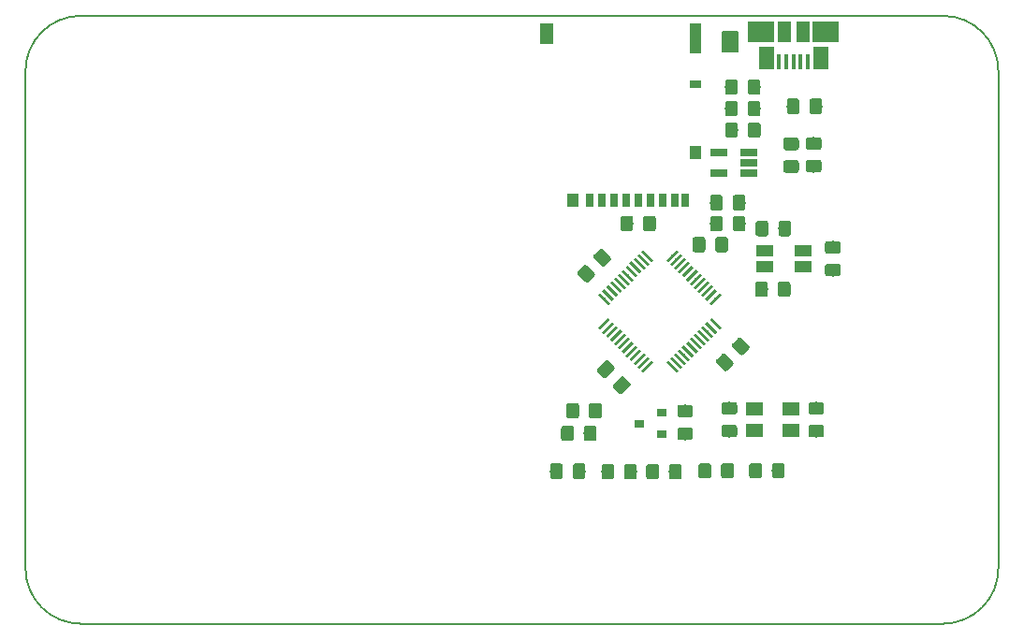
<source format=gbr>
G04 #@! TF.GenerationSoftware,KiCad,Pcbnew,(5.0.2)-1*
G04 #@! TF.CreationDate,2019-03-01T11:01:03+00:00*
G04 #@! TF.ProjectId,PCB_Card,5043425f-4361-4726-942e-6b696361645f,02*
G04 #@! TF.SameCoordinates,PX6ddf710PY7643e10*
G04 #@! TF.FileFunction,Paste,Top*
G04 #@! TF.FilePolarity,Positive*
%FSLAX46Y46*%
G04 Gerber Fmt 4.6, Leading zero omitted, Abs format (unit mm)*
G04 Created by KiCad (PCBNEW (5.0.2)-1) date 01/03/2019 11:01:03*
%MOMM*%
%LPD*%
G01*
G04 APERTURE LIST*
%ADD10C,0.150000*%
%ADD11C,0.200000*%
%ADD12R,0.900000X0.800000*%
%ADD13C,0.100000*%
%ADD14C,1.150000*%
%ADD15C,0.250000*%
%ADD16R,0.700000X1.200000*%
%ADD17R,1.000000X1.200000*%
%ADD18R,1.000000X0.800000*%
%ADD19R,1.000000X2.800000*%
%ADD20R,1.300000X1.900000*%
%ADD21R,1.600000X1.300000*%
%ADD22R,1.500000X1.000000*%
%ADD23R,0.450000X1.380000*%
%ADD24R,1.475000X2.100000*%
%ADD25R,2.375000X1.900000*%
%ADD26R,1.175000X1.900000*%
%ADD27R,1.560000X0.650000*%
G04 APERTURE END LIST*
D10*
G36*
X63010000Y53540000D02*
X64370000Y53540000D01*
X64370000Y51800000D01*
X63010000Y51800000D01*
X63010000Y53540000D01*
G37*
X63010000Y53540000D02*
X64370000Y53540000D01*
X64370000Y51800000D01*
X63010000Y51800000D01*
X63010000Y53540000D01*
D11*
X87980000Y50010000D02*
X87980000Y5010000D01*
X-20000Y5010000D02*
G75*
G03X4980000Y10000I5000000J0D01*
G01*
X87980000Y5010000D02*
G75*
G02X82980000Y10000I-5000000J0D01*
G01*
X87980000Y50010000D02*
G75*
G03X82980000Y55010000I-5000000J0D01*
G01*
X-20000Y50010000D02*
G75*
G02X4980000Y55010000I5000000J0D01*
G01*
X-20000Y5010000D02*
X-20000Y50010000D01*
X82980000Y10000D02*
X4980000Y10000D01*
X4980000Y55010000D02*
X82980000Y55010000D01*
D12*
G04 #@! TO.C,Q1*
X57530000Y17170000D03*
X57530000Y19070000D03*
X55530000Y18120000D03*
G04 #@! TD*
D13*
G04 #@! TO.C,C4*
G36*
X54027676Y22382020D02*
X54051944Y22378420D01*
X54075743Y22372459D01*
X54098842Y22364194D01*
X54121021Y22353704D01*
X54142064Y22341092D01*
X54161770Y22326477D01*
X54179948Y22310001D01*
X54639569Y21850380D01*
X54656045Y21832202D01*
X54670660Y21812496D01*
X54683272Y21791453D01*
X54693762Y21769274D01*
X54702027Y21746175D01*
X54707988Y21722376D01*
X54711588Y21698108D01*
X54712792Y21673604D01*
X54711588Y21649100D01*
X54707988Y21624832D01*
X54702027Y21601033D01*
X54693762Y21577934D01*
X54683272Y21555755D01*
X54670660Y21534712D01*
X54656045Y21515006D01*
X54639569Y21496828D01*
X54003172Y20860431D01*
X53984994Y20843955D01*
X53965288Y20829340D01*
X53944245Y20816728D01*
X53922066Y20806238D01*
X53898967Y20797973D01*
X53875168Y20792012D01*
X53850900Y20788412D01*
X53826396Y20787208D01*
X53801892Y20788412D01*
X53777624Y20792012D01*
X53753825Y20797973D01*
X53730726Y20806238D01*
X53708547Y20816728D01*
X53687504Y20829340D01*
X53667798Y20843955D01*
X53649620Y20860431D01*
X53189999Y21320052D01*
X53173523Y21338230D01*
X53158908Y21357936D01*
X53146296Y21378979D01*
X53135806Y21401158D01*
X53127541Y21424257D01*
X53121580Y21448056D01*
X53117980Y21472324D01*
X53116776Y21496828D01*
X53117980Y21521332D01*
X53121580Y21545600D01*
X53127541Y21569399D01*
X53135806Y21592498D01*
X53146296Y21614677D01*
X53158908Y21635720D01*
X53173523Y21655426D01*
X53189999Y21673604D01*
X53826396Y22310001D01*
X53844574Y22326477D01*
X53864280Y22341092D01*
X53885323Y22353704D01*
X53907502Y22364194D01*
X53930601Y22372459D01*
X53954400Y22378420D01*
X53978668Y22382020D01*
X54003172Y22383224D01*
X54027676Y22382020D01*
X54027676Y22382020D01*
G37*
D14*
X53914784Y21585216D03*
D13*
G36*
X52578108Y23831588D02*
X52602376Y23827988D01*
X52626175Y23822027D01*
X52649274Y23813762D01*
X52671453Y23803272D01*
X52692496Y23790660D01*
X52712202Y23776045D01*
X52730380Y23759569D01*
X53190001Y23299948D01*
X53206477Y23281770D01*
X53221092Y23262064D01*
X53233704Y23241021D01*
X53244194Y23218842D01*
X53252459Y23195743D01*
X53258420Y23171944D01*
X53262020Y23147676D01*
X53263224Y23123172D01*
X53262020Y23098668D01*
X53258420Y23074400D01*
X53252459Y23050601D01*
X53244194Y23027502D01*
X53233704Y23005323D01*
X53221092Y22984280D01*
X53206477Y22964574D01*
X53190001Y22946396D01*
X52553604Y22309999D01*
X52535426Y22293523D01*
X52515720Y22278908D01*
X52494677Y22266296D01*
X52472498Y22255806D01*
X52449399Y22247541D01*
X52425600Y22241580D01*
X52401332Y22237980D01*
X52376828Y22236776D01*
X52352324Y22237980D01*
X52328056Y22241580D01*
X52304257Y22247541D01*
X52281158Y22255806D01*
X52258979Y22266296D01*
X52237936Y22278908D01*
X52218230Y22293523D01*
X52200052Y22309999D01*
X51740431Y22769620D01*
X51723955Y22787798D01*
X51709340Y22807504D01*
X51696728Y22828547D01*
X51686238Y22850726D01*
X51677973Y22873825D01*
X51672012Y22897624D01*
X51668412Y22921892D01*
X51667208Y22946396D01*
X51668412Y22970900D01*
X51672012Y22995168D01*
X51677973Y23018967D01*
X51686238Y23042066D01*
X51696728Y23064245D01*
X51709340Y23085288D01*
X51723955Y23104994D01*
X51740431Y23123172D01*
X52376828Y23759569D01*
X52395006Y23776045D01*
X52414712Y23790660D01*
X52435755Y23803272D01*
X52457934Y23813762D01*
X52481033Y23822027D01*
X52504832Y23827988D01*
X52529100Y23831588D01*
X52553604Y23832792D01*
X52578108Y23831588D01*
X52578108Y23831588D01*
G37*
D14*
X52465216Y23034784D03*
G04 #@! TD*
D13*
G04 #@! TO.C,C5*
G36*
X52070900Y33921588D02*
X52095168Y33917988D01*
X52118967Y33912027D01*
X52142066Y33903762D01*
X52164245Y33893272D01*
X52185288Y33880660D01*
X52204994Y33866045D01*
X52223172Y33849569D01*
X52859569Y33213172D01*
X52876045Y33194994D01*
X52890660Y33175288D01*
X52903272Y33154245D01*
X52913762Y33132066D01*
X52922027Y33108967D01*
X52927988Y33085168D01*
X52931588Y33060900D01*
X52932792Y33036396D01*
X52931588Y33011892D01*
X52927988Y32987624D01*
X52922027Y32963825D01*
X52913762Y32940726D01*
X52903272Y32918547D01*
X52890660Y32897504D01*
X52876045Y32877798D01*
X52859569Y32859620D01*
X52399948Y32399999D01*
X52381770Y32383523D01*
X52362064Y32368908D01*
X52341021Y32356296D01*
X52318842Y32345806D01*
X52295743Y32337541D01*
X52271944Y32331580D01*
X52247676Y32327980D01*
X52223172Y32326776D01*
X52198668Y32327980D01*
X52174400Y32331580D01*
X52150601Y32337541D01*
X52127502Y32345806D01*
X52105323Y32356296D01*
X52084280Y32368908D01*
X52064574Y32383523D01*
X52046396Y32399999D01*
X51409999Y33036396D01*
X51393523Y33054574D01*
X51378908Y33074280D01*
X51366296Y33095323D01*
X51355806Y33117502D01*
X51347541Y33140601D01*
X51341580Y33164400D01*
X51337980Y33188668D01*
X51336776Y33213172D01*
X51337980Y33237676D01*
X51341580Y33261944D01*
X51347541Y33285743D01*
X51355806Y33308842D01*
X51366296Y33331021D01*
X51378908Y33352064D01*
X51393523Y33371770D01*
X51409999Y33389948D01*
X51869620Y33849569D01*
X51887798Y33866045D01*
X51907504Y33880660D01*
X51928547Y33893272D01*
X51950726Y33903762D01*
X51973825Y33912027D01*
X51997624Y33917988D01*
X52021892Y33921588D01*
X52046396Y33922792D01*
X52070900Y33921588D01*
X52070900Y33921588D01*
G37*
D14*
X52134784Y33124784D03*
D13*
G36*
X50621332Y32472020D02*
X50645600Y32468420D01*
X50669399Y32462459D01*
X50692498Y32454194D01*
X50714677Y32443704D01*
X50735720Y32431092D01*
X50755426Y32416477D01*
X50773604Y32400001D01*
X51410001Y31763604D01*
X51426477Y31745426D01*
X51441092Y31725720D01*
X51453704Y31704677D01*
X51464194Y31682498D01*
X51472459Y31659399D01*
X51478420Y31635600D01*
X51482020Y31611332D01*
X51483224Y31586828D01*
X51482020Y31562324D01*
X51478420Y31538056D01*
X51472459Y31514257D01*
X51464194Y31491158D01*
X51453704Y31468979D01*
X51441092Y31447936D01*
X51426477Y31428230D01*
X51410001Y31410052D01*
X50950380Y30950431D01*
X50932202Y30933955D01*
X50912496Y30919340D01*
X50891453Y30906728D01*
X50869274Y30896238D01*
X50846175Y30887973D01*
X50822376Y30882012D01*
X50798108Y30878412D01*
X50773604Y30877208D01*
X50749100Y30878412D01*
X50724832Y30882012D01*
X50701033Y30887973D01*
X50677934Y30896238D01*
X50655755Y30906728D01*
X50634712Y30919340D01*
X50615006Y30933955D01*
X50596828Y30950431D01*
X49960431Y31586828D01*
X49943955Y31605006D01*
X49929340Y31624712D01*
X49916728Y31645755D01*
X49906238Y31667934D01*
X49897973Y31691033D01*
X49892012Y31714832D01*
X49888412Y31739100D01*
X49887208Y31763604D01*
X49888412Y31788108D01*
X49892012Y31812376D01*
X49897973Y31836175D01*
X49906238Y31859274D01*
X49916728Y31881453D01*
X49929340Y31902496D01*
X49943955Y31922202D01*
X49960431Y31940380D01*
X50420052Y32400001D01*
X50438230Y32416477D01*
X50457936Y32431092D01*
X50478979Y32443704D01*
X50501158Y32454194D01*
X50524257Y32462459D01*
X50548056Y32468420D01*
X50572324Y32472020D01*
X50596828Y32473224D01*
X50621332Y32472020D01*
X50621332Y32472020D01*
G37*
D14*
X50685216Y31675216D03*
G04 #@! TD*
D15*
G04 #@! TO.C,U1*
X58481371Y23259542D03*
D13*
G36*
X59029379Y22888311D02*
X58852602Y22711534D01*
X57933363Y23630773D01*
X58110140Y23807550D01*
X59029379Y22888311D01*
X59029379Y22888311D01*
G37*
D15*
X58834924Y23613095D03*
D13*
G36*
X59382932Y23241864D02*
X59206155Y23065087D01*
X58286916Y23984326D01*
X58463693Y24161103D01*
X59382932Y23241864D01*
X59382932Y23241864D01*
G37*
D15*
X59188478Y23966649D03*
D13*
G36*
X59736486Y23595418D02*
X59559709Y23418641D01*
X58640470Y24337880D01*
X58817247Y24514657D01*
X59736486Y23595418D01*
X59736486Y23595418D01*
G37*
D15*
X59542031Y24320202D03*
D13*
G36*
X60090039Y23948971D02*
X59913262Y23772194D01*
X58994023Y24691433D01*
X59170800Y24868210D01*
X60090039Y23948971D01*
X60090039Y23948971D01*
G37*
D15*
X59895584Y24673755D03*
D13*
G36*
X60443592Y24302524D02*
X60266815Y24125747D01*
X59347576Y25044986D01*
X59524353Y25221763D01*
X60443592Y24302524D01*
X60443592Y24302524D01*
G37*
D15*
X60249138Y25027309D03*
D13*
G36*
X60797146Y24656078D02*
X60620369Y24479301D01*
X59701130Y25398540D01*
X59877907Y25575317D01*
X60797146Y24656078D01*
X60797146Y24656078D01*
G37*
D15*
X60602691Y25380862D03*
D13*
G36*
X61150699Y25009631D02*
X60973922Y24832854D01*
X60054683Y25752093D01*
X60231460Y25928870D01*
X61150699Y25009631D01*
X61150699Y25009631D01*
G37*
D15*
X60956245Y25734416D03*
D13*
G36*
X61504253Y25363185D02*
X61327476Y25186408D01*
X60408237Y26105647D01*
X60585014Y26282424D01*
X61504253Y25363185D01*
X61504253Y25363185D01*
G37*
D15*
X61309798Y26087969D03*
D13*
G36*
X61857806Y25716738D02*
X61681029Y25539961D01*
X60761790Y26459200D01*
X60938567Y26635977D01*
X61857806Y25716738D01*
X61857806Y25716738D01*
G37*
D15*
X61663351Y26441522D03*
D13*
G36*
X62211359Y26070291D02*
X62034582Y25893514D01*
X61115343Y26812753D01*
X61292120Y26989530D01*
X62211359Y26070291D01*
X62211359Y26070291D01*
G37*
D15*
X62016905Y26795076D03*
D13*
G36*
X62564913Y26423845D02*
X62388136Y26247068D01*
X61468897Y27166307D01*
X61645674Y27343084D01*
X62564913Y26423845D01*
X62564913Y26423845D01*
G37*
D15*
X62370458Y27148629D03*
D13*
G36*
X62918466Y26777398D02*
X62741689Y26600621D01*
X61822450Y27519860D01*
X61999227Y27696637D01*
X62918466Y26777398D01*
X62918466Y26777398D01*
G37*
D15*
X62370458Y29411371D03*
D13*
G36*
X62741689Y29959379D02*
X62918466Y29782602D01*
X61999227Y28863363D01*
X61822450Y29040140D01*
X62741689Y29959379D01*
X62741689Y29959379D01*
G37*
D15*
X62016905Y29764924D03*
D13*
G36*
X62388136Y30312932D02*
X62564913Y30136155D01*
X61645674Y29216916D01*
X61468897Y29393693D01*
X62388136Y30312932D01*
X62388136Y30312932D01*
G37*
D15*
X61663351Y30118478D03*
D13*
G36*
X62034582Y30666486D02*
X62211359Y30489709D01*
X61292120Y29570470D01*
X61115343Y29747247D01*
X62034582Y30666486D01*
X62034582Y30666486D01*
G37*
D15*
X61309798Y30472031D03*
D13*
G36*
X61681029Y31020039D02*
X61857806Y30843262D01*
X60938567Y29924023D01*
X60761790Y30100800D01*
X61681029Y31020039D01*
X61681029Y31020039D01*
G37*
D15*
X60956245Y30825584D03*
D13*
G36*
X61327476Y31373592D02*
X61504253Y31196815D01*
X60585014Y30277576D01*
X60408237Y30454353D01*
X61327476Y31373592D01*
X61327476Y31373592D01*
G37*
D15*
X60602691Y31179138D03*
D13*
G36*
X60973922Y31727146D02*
X61150699Y31550369D01*
X60231460Y30631130D01*
X60054683Y30807907D01*
X60973922Y31727146D01*
X60973922Y31727146D01*
G37*
D15*
X60249138Y31532691D03*
D13*
G36*
X60620369Y32080699D02*
X60797146Y31903922D01*
X59877907Y30984683D01*
X59701130Y31161460D01*
X60620369Y32080699D01*
X60620369Y32080699D01*
G37*
D15*
X59895584Y31886245D03*
D13*
G36*
X60266815Y32434253D02*
X60443592Y32257476D01*
X59524353Y31338237D01*
X59347576Y31515014D01*
X60266815Y32434253D01*
X60266815Y32434253D01*
G37*
D15*
X59542031Y32239798D03*
D13*
G36*
X59913262Y32787806D02*
X60090039Y32611029D01*
X59170800Y31691790D01*
X58994023Y31868567D01*
X59913262Y32787806D01*
X59913262Y32787806D01*
G37*
D15*
X59188478Y32593351D03*
D13*
G36*
X59559709Y33141359D02*
X59736486Y32964582D01*
X58817247Y32045343D01*
X58640470Y32222120D01*
X59559709Y33141359D01*
X59559709Y33141359D01*
G37*
D15*
X58834924Y32946905D03*
D13*
G36*
X59206155Y33494913D02*
X59382932Y33318136D01*
X58463693Y32398897D01*
X58286916Y32575674D01*
X59206155Y33494913D01*
X59206155Y33494913D01*
G37*
D15*
X58481371Y33300458D03*
D13*
G36*
X58852602Y33848466D02*
X59029379Y33671689D01*
X58110140Y32752450D01*
X57933363Y32929227D01*
X58852602Y33848466D01*
X58852602Y33848466D01*
G37*
D15*
X56218629Y33300458D03*
D13*
G36*
X56766637Y32929227D02*
X56589860Y32752450D01*
X55670621Y33671689D01*
X55847398Y33848466D01*
X56766637Y32929227D01*
X56766637Y32929227D01*
G37*
D15*
X55865076Y32946905D03*
D13*
G36*
X56413084Y32575674D02*
X56236307Y32398897D01*
X55317068Y33318136D01*
X55493845Y33494913D01*
X56413084Y32575674D01*
X56413084Y32575674D01*
G37*
D15*
X55511522Y32593351D03*
D13*
G36*
X56059530Y32222120D02*
X55882753Y32045343D01*
X54963514Y32964582D01*
X55140291Y33141359D01*
X56059530Y32222120D01*
X56059530Y32222120D01*
G37*
D15*
X55157969Y32239798D03*
D13*
G36*
X55705977Y31868567D02*
X55529200Y31691790D01*
X54609961Y32611029D01*
X54786738Y32787806D01*
X55705977Y31868567D01*
X55705977Y31868567D01*
G37*
D15*
X54804416Y31886245D03*
D13*
G36*
X55352424Y31515014D02*
X55175647Y31338237D01*
X54256408Y32257476D01*
X54433185Y32434253D01*
X55352424Y31515014D01*
X55352424Y31515014D01*
G37*
D15*
X54450862Y31532691D03*
D13*
G36*
X54998870Y31161460D02*
X54822093Y30984683D01*
X53902854Y31903922D01*
X54079631Y32080699D01*
X54998870Y31161460D01*
X54998870Y31161460D01*
G37*
D15*
X54097309Y31179138D03*
D13*
G36*
X54645317Y30807907D02*
X54468540Y30631130D01*
X53549301Y31550369D01*
X53726078Y31727146D01*
X54645317Y30807907D01*
X54645317Y30807907D01*
G37*
D15*
X53743755Y30825584D03*
D13*
G36*
X54291763Y30454353D02*
X54114986Y30277576D01*
X53195747Y31196815D01*
X53372524Y31373592D01*
X54291763Y30454353D01*
X54291763Y30454353D01*
G37*
D15*
X53390202Y30472031D03*
D13*
G36*
X53938210Y30100800D02*
X53761433Y29924023D01*
X52842194Y30843262D01*
X53018971Y31020039D01*
X53938210Y30100800D01*
X53938210Y30100800D01*
G37*
D15*
X53036649Y30118478D03*
D13*
G36*
X53584657Y29747247D02*
X53407880Y29570470D01*
X52488641Y30489709D01*
X52665418Y30666486D01*
X53584657Y29747247D01*
X53584657Y29747247D01*
G37*
D15*
X52683095Y29764924D03*
D13*
G36*
X53231103Y29393693D02*
X53054326Y29216916D01*
X52135087Y30136155D01*
X52311864Y30312932D01*
X53231103Y29393693D01*
X53231103Y29393693D01*
G37*
D15*
X52329542Y29411371D03*
D13*
G36*
X52877550Y29040140D02*
X52700773Y28863363D01*
X51781534Y29782602D01*
X51958311Y29959379D01*
X52877550Y29040140D01*
X52877550Y29040140D01*
G37*
D15*
X52329542Y27148629D03*
D13*
G36*
X52700773Y27696637D02*
X52877550Y27519860D01*
X51958311Y26600621D01*
X51781534Y26777398D01*
X52700773Y27696637D01*
X52700773Y27696637D01*
G37*
D15*
X52683095Y26795076D03*
D13*
G36*
X53054326Y27343084D02*
X53231103Y27166307D01*
X52311864Y26247068D01*
X52135087Y26423845D01*
X53054326Y27343084D01*
X53054326Y27343084D01*
G37*
D15*
X53036649Y26441522D03*
D13*
G36*
X53407880Y26989530D02*
X53584657Y26812753D01*
X52665418Y25893514D01*
X52488641Y26070291D01*
X53407880Y26989530D01*
X53407880Y26989530D01*
G37*
D15*
X53390202Y26087969D03*
D13*
G36*
X53761433Y26635977D02*
X53938210Y26459200D01*
X53018971Y25539961D01*
X52842194Y25716738D01*
X53761433Y26635977D01*
X53761433Y26635977D01*
G37*
D15*
X53743755Y25734416D03*
D13*
G36*
X54114986Y26282424D02*
X54291763Y26105647D01*
X53372524Y25186408D01*
X53195747Y25363185D01*
X54114986Y26282424D01*
X54114986Y26282424D01*
G37*
D15*
X54097309Y25380862D03*
D13*
G36*
X54468540Y25928870D02*
X54645317Y25752093D01*
X53726078Y24832854D01*
X53549301Y25009631D01*
X54468540Y25928870D01*
X54468540Y25928870D01*
G37*
D15*
X54450862Y25027309D03*
D13*
G36*
X54822093Y25575317D02*
X54998870Y25398540D01*
X54079631Y24479301D01*
X53902854Y24656078D01*
X54822093Y25575317D01*
X54822093Y25575317D01*
G37*
D15*
X54804416Y24673755D03*
D13*
G36*
X55175647Y25221763D02*
X55352424Y25044986D01*
X54433185Y24125747D01*
X54256408Y24302524D01*
X55175647Y25221763D01*
X55175647Y25221763D01*
G37*
D15*
X55157969Y24320202D03*
D13*
G36*
X55529200Y24868210D02*
X55705977Y24691433D01*
X54786738Y23772194D01*
X54609961Y23948971D01*
X55529200Y24868210D01*
X55529200Y24868210D01*
G37*
D15*
X55511522Y23966649D03*
D13*
G36*
X55882753Y24514657D02*
X56059530Y24337880D01*
X55140291Y23418641D01*
X54963514Y23595418D01*
X55882753Y24514657D01*
X55882753Y24514657D01*
G37*
D15*
X55865076Y23613095D03*
D13*
G36*
X56236307Y24161103D02*
X56413084Y23984326D01*
X55493845Y23065087D01*
X55317068Y23241864D01*
X56236307Y24161103D01*
X56236307Y24161103D01*
G37*
D15*
X56218629Y23259542D03*
D13*
G36*
X56589860Y23807550D02*
X56766637Y23630773D01*
X55847398Y22711534D01*
X55670621Y22888311D01*
X56589860Y23807550D01*
X56589860Y23807550D01*
G37*
G04 #@! TD*
D16*
G04 #@! TO.C,J10*
X59665000Y38325000D03*
X58715000Y38325000D03*
X51015000Y38325000D03*
X52115000Y38325000D03*
X53215000Y38325000D03*
X54315000Y38325000D03*
X55415000Y38325000D03*
X56515000Y38325000D03*
X57615000Y38325000D03*
D17*
X49465000Y38325000D03*
X60615000Y42625000D03*
D18*
X60615000Y48825000D03*
D19*
X60615000Y52975000D03*
D20*
X47115000Y53425000D03*
G04 #@! TD*
D13*
G04 #@! TO.C,R15*
G36*
X69764506Y47528796D02*
X69788774Y47525196D01*
X69812573Y47519235D01*
X69835672Y47510970D01*
X69857851Y47500480D01*
X69878894Y47487868D01*
X69898600Y47473253D01*
X69916778Y47456777D01*
X69933254Y47438599D01*
X69947869Y47418893D01*
X69960481Y47397850D01*
X69970971Y47375671D01*
X69979236Y47352572D01*
X69985197Y47328773D01*
X69988797Y47304505D01*
X69990001Y47280001D01*
X69990001Y46379999D01*
X69988797Y46355495D01*
X69985197Y46331227D01*
X69979236Y46307428D01*
X69970971Y46284329D01*
X69960481Y46262150D01*
X69947869Y46241107D01*
X69933254Y46221401D01*
X69916778Y46203223D01*
X69898600Y46186747D01*
X69878894Y46172132D01*
X69857851Y46159520D01*
X69835672Y46149030D01*
X69812573Y46140765D01*
X69788774Y46134804D01*
X69764506Y46131204D01*
X69740002Y46130000D01*
X69090000Y46130000D01*
X69065496Y46131204D01*
X69041228Y46134804D01*
X69017429Y46140765D01*
X68994330Y46149030D01*
X68972151Y46159520D01*
X68951108Y46172132D01*
X68931402Y46186747D01*
X68913224Y46203223D01*
X68896748Y46221401D01*
X68882133Y46241107D01*
X68869521Y46262150D01*
X68859031Y46284329D01*
X68850766Y46307428D01*
X68844805Y46331227D01*
X68841205Y46355495D01*
X68840001Y46379999D01*
X68840001Y47280001D01*
X68841205Y47304505D01*
X68844805Y47328773D01*
X68850766Y47352572D01*
X68859031Y47375671D01*
X68869521Y47397850D01*
X68882133Y47418893D01*
X68896748Y47438599D01*
X68913224Y47456777D01*
X68931402Y47473253D01*
X68951108Y47487868D01*
X68972151Y47500480D01*
X68994330Y47510970D01*
X69017429Y47519235D01*
X69041228Y47525196D01*
X69065496Y47528796D01*
X69090000Y47530000D01*
X69740002Y47530000D01*
X69764506Y47528796D01*
X69764506Y47528796D01*
G37*
D14*
X69415001Y46830000D03*
D13*
G36*
X71814504Y47528796D02*
X71838772Y47525196D01*
X71862571Y47519235D01*
X71885670Y47510970D01*
X71907849Y47500480D01*
X71928892Y47487868D01*
X71948598Y47473253D01*
X71966776Y47456777D01*
X71983252Y47438599D01*
X71997867Y47418893D01*
X72010479Y47397850D01*
X72020969Y47375671D01*
X72029234Y47352572D01*
X72035195Y47328773D01*
X72038795Y47304505D01*
X72039999Y47280001D01*
X72039999Y46379999D01*
X72038795Y46355495D01*
X72035195Y46331227D01*
X72029234Y46307428D01*
X72020969Y46284329D01*
X72010479Y46262150D01*
X71997867Y46241107D01*
X71983252Y46221401D01*
X71966776Y46203223D01*
X71948598Y46186747D01*
X71928892Y46172132D01*
X71907849Y46159520D01*
X71885670Y46149030D01*
X71862571Y46140765D01*
X71838772Y46134804D01*
X71814504Y46131204D01*
X71790000Y46130000D01*
X71139998Y46130000D01*
X71115494Y46131204D01*
X71091226Y46134804D01*
X71067427Y46140765D01*
X71044328Y46149030D01*
X71022149Y46159520D01*
X71001106Y46172132D01*
X70981400Y46186747D01*
X70963222Y46203223D01*
X70946746Y46221401D01*
X70932131Y46241107D01*
X70919519Y46262150D01*
X70909029Y46284329D01*
X70900764Y46307428D01*
X70894803Y46331227D01*
X70891203Y46355495D01*
X70889999Y46379999D01*
X70889999Y47280001D01*
X70891203Y47304505D01*
X70894803Y47328773D01*
X70900764Y47352572D01*
X70909029Y47375671D01*
X70919519Y47397850D01*
X70932131Y47418893D01*
X70946746Y47438599D01*
X70963222Y47456777D01*
X70981400Y47473253D01*
X71001106Y47487868D01*
X71022149Y47500480D01*
X71044328Y47510970D01*
X71067427Y47519235D01*
X71091226Y47525196D01*
X71115494Y47528796D01*
X71139998Y47530000D01*
X71790000Y47530000D01*
X71814504Y47528796D01*
X71814504Y47528796D01*
G37*
D14*
X71464999Y46830000D03*
G04 #@! TD*
D21*
G04 #@! TO.C,Y1*
X65950000Y17470000D03*
X69250000Y17470000D03*
X69250000Y19470000D03*
X65950000Y19470000D03*
G04 #@! TD*
D13*
G04 #@! TO.C,C7*
G36*
X64124505Y20068796D02*
X64148773Y20065196D01*
X64172572Y20059235D01*
X64195671Y20050970D01*
X64217850Y20040480D01*
X64238893Y20027868D01*
X64258599Y20013253D01*
X64276777Y19996777D01*
X64293253Y19978599D01*
X64307868Y19958893D01*
X64320480Y19937850D01*
X64330970Y19915671D01*
X64339235Y19892572D01*
X64345196Y19868773D01*
X64348796Y19844505D01*
X64350000Y19820001D01*
X64350000Y19169999D01*
X64348796Y19145495D01*
X64345196Y19121227D01*
X64339235Y19097428D01*
X64330970Y19074329D01*
X64320480Y19052150D01*
X64307868Y19031107D01*
X64293253Y19011401D01*
X64276777Y18993223D01*
X64258599Y18976747D01*
X64238893Y18962132D01*
X64217850Y18949520D01*
X64195671Y18939030D01*
X64172572Y18930765D01*
X64148773Y18924804D01*
X64124505Y18921204D01*
X64100001Y18920000D01*
X63199999Y18920000D01*
X63175495Y18921204D01*
X63151227Y18924804D01*
X63127428Y18930765D01*
X63104329Y18939030D01*
X63082150Y18949520D01*
X63061107Y18962132D01*
X63041401Y18976747D01*
X63023223Y18993223D01*
X63006747Y19011401D01*
X62992132Y19031107D01*
X62979520Y19052150D01*
X62969030Y19074329D01*
X62960765Y19097428D01*
X62954804Y19121227D01*
X62951204Y19145495D01*
X62950000Y19169999D01*
X62950000Y19820001D01*
X62951204Y19844505D01*
X62954804Y19868773D01*
X62960765Y19892572D01*
X62969030Y19915671D01*
X62979520Y19937850D01*
X62992132Y19958893D01*
X63006747Y19978599D01*
X63023223Y19996777D01*
X63041401Y20013253D01*
X63061107Y20027868D01*
X63082150Y20040480D01*
X63104329Y20050970D01*
X63127428Y20059235D01*
X63151227Y20065196D01*
X63175495Y20068796D01*
X63199999Y20070000D01*
X64100001Y20070000D01*
X64124505Y20068796D01*
X64124505Y20068796D01*
G37*
D14*
X63650000Y19495000D03*
D13*
G36*
X64124505Y18018796D02*
X64148773Y18015196D01*
X64172572Y18009235D01*
X64195671Y18000970D01*
X64217850Y17990480D01*
X64238893Y17977868D01*
X64258599Y17963253D01*
X64276777Y17946777D01*
X64293253Y17928599D01*
X64307868Y17908893D01*
X64320480Y17887850D01*
X64330970Y17865671D01*
X64339235Y17842572D01*
X64345196Y17818773D01*
X64348796Y17794505D01*
X64350000Y17770001D01*
X64350000Y17119999D01*
X64348796Y17095495D01*
X64345196Y17071227D01*
X64339235Y17047428D01*
X64330970Y17024329D01*
X64320480Y17002150D01*
X64307868Y16981107D01*
X64293253Y16961401D01*
X64276777Y16943223D01*
X64258599Y16926747D01*
X64238893Y16912132D01*
X64217850Y16899520D01*
X64195671Y16889030D01*
X64172572Y16880765D01*
X64148773Y16874804D01*
X64124505Y16871204D01*
X64100001Y16870000D01*
X63199999Y16870000D01*
X63175495Y16871204D01*
X63151227Y16874804D01*
X63127428Y16880765D01*
X63104329Y16889030D01*
X63082150Y16899520D01*
X63061107Y16912132D01*
X63041401Y16926747D01*
X63023223Y16943223D01*
X63006747Y16961401D01*
X62992132Y16981107D01*
X62979520Y17002150D01*
X62969030Y17024329D01*
X62960765Y17047428D01*
X62954804Y17071227D01*
X62951204Y17095495D01*
X62950000Y17119999D01*
X62950000Y17770001D01*
X62951204Y17794505D01*
X62954804Y17818773D01*
X62960765Y17842572D01*
X62969030Y17865671D01*
X62979520Y17887850D01*
X62992132Y17908893D01*
X63006747Y17928599D01*
X63023223Y17946777D01*
X63041401Y17963253D01*
X63061107Y17977868D01*
X63082150Y17990480D01*
X63104329Y18000970D01*
X63127428Y18009235D01*
X63151227Y18015196D01*
X63175495Y18018796D01*
X63199999Y18020000D01*
X64100001Y18020000D01*
X64124505Y18018796D01*
X64124505Y18018796D01*
G37*
D14*
X63650000Y17445000D03*
G04 #@! TD*
D13*
G04 #@! TO.C,C8*
G36*
X71974505Y20068796D02*
X71998773Y20065196D01*
X72022572Y20059235D01*
X72045671Y20050970D01*
X72067850Y20040480D01*
X72088893Y20027868D01*
X72108599Y20013253D01*
X72126777Y19996777D01*
X72143253Y19978599D01*
X72157868Y19958893D01*
X72170480Y19937850D01*
X72180970Y19915671D01*
X72189235Y19892572D01*
X72195196Y19868773D01*
X72198796Y19844505D01*
X72200000Y19820001D01*
X72200000Y19169999D01*
X72198796Y19145495D01*
X72195196Y19121227D01*
X72189235Y19097428D01*
X72180970Y19074329D01*
X72170480Y19052150D01*
X72157868Y19031107D01*
X72143253Y19011401D01*
X72126777Y18993223D01*
X72108599Y18976747D01*
X72088893Y18962132D01*
X72067850Y18949520D01*
X72045671Y18939030D01*
X72022572Y18930765D01*
X71998773Y18924804D01*
X71974505Y18921204D01*
X71950001Y18920000D01*
X71049999Y18920000D01*
X71025495Y18921204D01*
X71001227Y18924804D01*
X70977428Y18930765D01*
X70954329Y18939030D01*
X70932150Y18949520D01*
X70911107Y18962132D01*
X70891401Y18976747D01*
X70873223Y18993223D01*
X70856747Y19011401D01*
X70842132Y19031107D01*
X70829520Y19052150D01*
X70819030Y19074329D01*
X70810765Y19097428D01*
X70804804Y19121227D01*
X70801204Y19145495D01*
X70800000Y19169999D01*
X70800000Y19820001D01*
X70801204Y19844505D01*
X70804804Y19868773D01*
X70810765Y19892572D01*
X70819030Y19915671D01*
X70829520Y19937850D01*
X70842132Y19958893D01*
X70856747Y19978599D01*
X70873223Y19996777D01*
X70891401Y20013253D01*
X70911107Y20027868D01*
X70932150Y20040480D01*
X70954329Y20050970D01*
X70977428Y20059235D01*
X71001227Y20065196D01*
X71025495Y20068796D01*
X71049999Y20070000D01*
X71950001Y20070000D01*
X71974505Y20068796D01*
X71974505Y20068796D01*
G37*
D14*
X71500000Y19495000D03*
D13*
G36*
X71974505Y18018796D02*
X71998773Y18015196D01*
X72022572Y18009235D01*
X72045671Y18000970D01*
X72067850Y17990480D01*
X72088893Y17977868D01*
X72108599Y17963253D01*
X72126777Y17946777D01*
X72143253Y17928599D01*
X72157868Y17908893D01*
X72170480Y17887850D01*
X72180970Y17865671D01*
X72189235Y17842572D01*
X72195196Y17818773D01*
X72198796Y17794505D01*
X72200000Y17770001D01*
X72200000Y17119999D01*
X72198796Y17095495D01*
X72195196Y17071227D01*
X72189235Y17047428D01*
X72180970Y17024329D01*
X72170480Y17002150D01*
X72157868Y16981107D01*
X72143253Y16961401D01*
X72126777Y16943223D01*
X72108599Y16926747D01*
X72088893Y16912132D01*
X72067850Y16899520D01*
X72045671Y16889030D01*
X72022572Y16880765D01*
X71998773Y16874804D01*
X71974505Y16871204D01*
X71950001Y16870000D01*
X71049999Y16870000D01*
X71025495Y16871204D01*
X71001227Y16874804D01*
X70977428Y16880765D01*
X70954329Y16889030D01*
X70932150Y16899520D01*
X70911107Y16912132D01*
X70891401Y16926747D01*
X70873223Y16943223D01*
X70856747Y16961401D01*
X70842132Y16981107D01*
X70829520Y17002150D01*
X70819030Y17024329D01*
X70810765Y17047428D01*
X70804804Y17071227D01*
X70801204Y17095495D01*
X70800000Y17119999D01*
X70800000Y17770001D01*
X70801204Y17794505D01*
X70804804Y17818773D01*
X70810765Y17842572D01*
X70819030Y17865671D01*
X70829520Y17887850D01*
X70842132Y17908893D01*
X70856747Y17928599D01*
X70873223Y17946777D01*
X70891401Y17963253D01*
X70911107Y17977868D01*
X70932150Y17990480D01*
X70954329Y18000970D01*
X70977428Y18009235D01*
X71001227Y18015196D01*
X71025495Y18018796D01*
X71049999Y18020000D01*
X71950001Y18020000D01*
X71974505Y18018796D01*
X71974505Y18018796D01*
G37*
D14*
X71500000Y17445000D03*
G04 #@! TD*
D13*
G04 #@! TO.C,R8*
G36*
X68419505Y14551796D02*
X68443773Y14548196D01*
X68467572Y14542235D01*
X68490671Y14533970D01*
X68512850Y14523480D01*
X68533893Y14510868D01*
X68553599Y14496253D01*
X68571777Y14479777D01*
X68588253Y14461599D01*
X68602868Y14441893D01*
X68615480Y14420850D01*
X68625970Y14398671D01*
X68634235Y14375572D01*
X68640196Y14351773D01*
X68643796Y14327505D01*
X68645000Y14303001D01*
X68645000Y13402999D01*
X68643796Y13378495D01*
X68640196Y13354227D01*
X68634235Y13330428D01*
X68625970Y13307329D01*
X68615480Y13285150D01*
X68602868Y13264107D01*
X68588253Y13244401D01*
X68571777Y13226223D01*
X68553599Y13209747D01*
X68533893Y13195132D01*
X68512850Y13182520D01*
X68490671Y13172030D01*
X68467572Y13163765D01*
X68443773Y13157804D01*
X68419505Y13154204D01*
X68395001Y13153000D01*
X67744999Y13153000D01*
X67720495Y13154204D01*
X67696227Y13157804D01*
X67672428Y13163765D01*
X67649329Y13172030D01*
X67627150Y13182520D01*
X67606107Y13195132D01*
X67586401Y13209747D01*
X67568223Y13226223D01*
X67551747Y13244401D01*
X67537132Y13264107D01*
X67524520Y13285150D01*
X67514030Y13307329D01*
X67505765Y13330428D01*
X67499804Y13354227D01*
X67496204Y13378495D01*
X67495000Y13402999D01*
X67495000Y14303001D01*
X67496204Y14327505D01*
X67499804Y14351773D01*
X67505765Y14375572D01*
X67514030Y14398671D01*
X67524520Y14420850D01*
X67537132Y14441893D01*
X67551747Y14461599D01*
X67568223Y14479777D01*
X67586401Y14496253D01*
X67606107Y14510868D01*
X67627150Y14523480D01*
X67649329Y14533970D01*
X67672428Y14542235D01*
X67696227Y14548196D01*
X67720495Y14551796D01*
X67744999Y14553000D01*
X68395001Y14553000D01*
X68419505Y14551796D01*
X68419505Y14551796D01*
G37*
D14*
X68070000Y13853000D03*
D13*
G36*
X66369505Y14551796D02*
X66393773Y14548196D01*
X66417572Y14542235D01*
X66440671Y14533970D01*
X66462850Y14523480D01*
X66483893Y14510868D01*
X66503599Y14496253D01*
X66521777Y14479777D01*
X66538253Y14461599D01*
X66552868Y14441893D01*
X66565480Y14420850D01*
X66575970Y14398671D01*
X66584235Y14375572D01*
X66590196Y14351773D01*
X66593796Y14327505D01*
X66595000Y14303001D01*
X66595000Y13402999D01*
X66593796Y13378495D01*
X66590196Y13354227D01*
X66584235Y13330428D01*
X66575970Y13307329D01*
X66565480Y13285150D01*
X66552868Y13264107D01*
X66538253Y13244401D01*
X66521777Y13226223D01*
X66503599Y13209747D01*
X66483893Y13195132D01*
X66462850Y13182520D01*
X66440671Y13172030D01*
X66417572Y13163765D01*
X66393773Y13157804D01*
X66369505Y13154204D01*
X66345001Y13153000D01*
X65694999Y13153000D01*
X65670495Y13154204D01*
X65646227Y13157804D01*
X65622428Y13163765D01*
X65599329Y13172030D01*
X65577150Y13182520D01*
X65556107Y13195132D01*
X65536401Y13209747D01*
X65518223Y13226223D01*
X65501747Y13244401D01*
X65487132Y13264107D01*
X65474520Y13285150D01*
X65464030Y13307329D01*
X65455765Y13330428D01*
X65449804Y13354227D01*
X65446204Y13378495D01*
X65445000Y13402999D01*
X65445000Y14303001D01*
X65446204Y14327505D01*
X65449804Y14351773D01*
X65455765Y14375572D01*
X65464030Y14398671D01*
X65474520Y14420850D01*
X65487132Y14441893D01*
X65501747Y14461599D01*
X65518223Y14479777D01*
X65536401Y14496253D01*
X65556107Y14510868D01*
X65577150Y14523480D01*
X65599329Y14533970D01*
X65622428Y14542235D01*
X65646227Y14548196D01*
X65670495Y14551796D01*
X65694999Y14553000D01*
X66345001Y14553000D01*
X66369505Y14551796D01*
X66369505Y14551796D01*
G37*
D14*
X66020000Y13853000D03*
G04 #@! TD*
D22*
G04 #@! TO.C,D2*
X70310000Y32330000D03*
X70310000Y33730000D03*
X66810000Y32330000D03*
X66810000Y33730000D03*
G04 #@! TD*
D13*
G04 #@! TO.C,C1*
G36*
X66244505Y45368796D02*
X66268773Y45365196D01*
X66292572Y45359235D01*
X66315671Y45350970D01*
X66337850Y45340480D01*
X66358893Y45327868D01*
X66378599Y45313253D01*
X66396777Y45296777D01*
X66413253Y45278599D01*
X66427868Y45258893D01*
X66440480Y45237850D01*
X66450970Y45215671D01*
X66459235Y45192572D01*
X66465196Y45168773D01*
X66468796Y45144505D01*
X66470000Y45120001D01*
X66470000Y44219999D01*
X66468796Y44195495D01*
X66465196Y44171227D01*
X66459235Y44147428D01*
X66450970Y44124329D01*
X66440480Y44102150D01*
X66427868Y44081107D01*
X66413253Y44061401D01*
X66396777Y44043223D01*
X66378599Y44026747D01*
X66358893Y44012132D01*
X66337850Y43999520D01*
X66315671Y43989030D01*
X66292572Y43980765D01*
X66268773Y43974804D01*
X66244505Y43971204D01*
X66220001Y43970000D01*
X65569999Y43970000D01*
X65545495Y43971204D01*
X65521227Y43974804D01*
X65497428Y43980765D01*
X65474329Y43989030D01*
X65452150Y43999520D01*
X65431107Y44012132D01*
X65411401Y44026747D01*
X65393223Y44043223D01*
X65376747Y44061401D01*
X65362132Y44081107D01*
X65349520Y44102150D01*
X65339030Y44124329D01*
X65330765Y44147428D01*
X65324804Y44171227D01*
X65321204Y44195495D01*
X65320000Y44219999D01*
X65320000Y45120001D01*
X65321204Y45144505D01*
X65324804Y45168773D01*
X65330765Y45192572D01*
X65339030Y45215671D01*
X65349520Y45237850D01*
X65362132Y45258893D01*
X65376747Y45278599D01*
X65393223Y45296777D01*
X65411401Y45313253D01*
X65431107Y45327868D01*
X65452150Y45340480D01*
X65474329Y45350970D01*
X65497428Y45359235D01*
X65521227Y45365196D01*
X65545495Y45368796D01*
X65569999Y45370000D01*
X66220001Y45370000D01*
X66244505Y45368796D01*
X66244505Y45368796D01*
G37*
D14*
X65895000Y44670000D03*
D13*
G36*
X64194505Y45368796D02*
X64218773Y45365196D01*
X64242572Y45359235D01*
X64265671Y45350970D01*
X64287850Y45340480D01*
X64308893Y45327868D01*
X64328599Y45313253D01*
X64346777Y45296777D01*
X64363253Y45278599D01*
X64377868Y45258893D01*
X64390480Y45237850D01*
X64400970Y45215671D01*
X64409235Y45192572D01*
X64415196Y45168773D01*
X64418796Y45144505D01*
X64420000Y45120001D01*
X64420000Y44219999D01*
X64418796Y44195495D01*
X64415196Y44171227D01*
X64409235Y44147428D01*
X64400970Y44124329D01*
X64390480Y44102150D01*
X64377868Y44081107D01*
X64363253Y44061401D01*
X64346777Y44043223D01*
X64328599Y44026747D01*
X64308893Y44012132D01*
X64287850Y43999520D01*
X64265671Y43989030D01*
X64242572Y43980765D01*
X64218773Y43974804D01*
X64194505Y43971204D01*
X64170001Y43970000D01*
X63519999Y43970000D01*
X63495495Y43971204D01*
X63471227Y43974804D01*
X63447428Y43980765D01*
X63424329Y43989030D01*
X63402150Y43999520D01*
X63381107Y44012132D01*
X63361401Y44026747D01*
X63343223Y44043223D01*
X63326747Y44061401D01*
X63312132Y44081107D01*
X63299520Y44102150D01*
X63289030Y44124329D01*
X63280765Y44147428D01*
X63274804Y44171227D01*
X63271204Y44195495D01*
X63270000Y44219999D01*
X63270000Y45120001D01*
X63271204Y45144505D01*
X63274804Y45168773D01*
X63280765Y45192572D01*
X63289030Y45215671D01*
X63299520Y45237850D01*
X63312132Y45258893D01*
X63326747Y45278599D01*
X63343223Y45296777D01*
X63361401Y45313253D01*
X63381107Y45327868D01*
X63402150Y45340480D01*
X63424329Y45350970D01*
X63447428Y45359235D01*
X63471227Y45365196D01*
X63495495Y45368796D01*
X63519999Y45370000D01*
X64170001Y45370000D01*
X64194505Y45368796D01*
X64194505Y45368796D01*
G37*
D14*
X63845000Y44670000D03*
G04 #@! TD*
D13*
G04 #@! TO.C,C2*
G36*
X62824505Y36908796D02*
X62848773Y36905196D01*
X62872572Y36899235D01*
X62895671Y36890970D01*
X62917850Y36880480D01*
X62938893Y36867868D01*
X62958599Y36853253D01*
X62976777Y36836777D01*
X62993253Y36818599D01*
X63007868Y36798893D01*
X63020480Y36777850D01*
X63030970Y36755671D01*
X63039235Y36732572D01*
X63045196Y36708773D01*
X63048796Y36684505D01*
X63050000Y36660001D01*
X63050000Y35759999D01*
X63048796Y35735495D01*
X63045196Y35711227D01*
X63039235Y35687428D01*
X63030970Y35664329D01*
X63020480Y35642150D01*
X63007868Y35621107D01*
X62993253Y35601401D01*
X62976777Y35583223D01*
X62958599Y35566747D01*
X62938893Y35552132D01*
X62917850Y35539520D01*
X62895671Y35529030D01*
X62872572Y35520765D01*
X62848773Y35514804D01*
X62824505Y35511204D01*
X62800001Y35510000D01*
X62149999Y35510000D01*
X62125495Y35511204D01*
X62101227Y35514804D01*
X62077428Y35520765D01*
X62054329Y35529030D01*
X62032150Y35539520D01*
X62011107Y35552132D01*
X61991401Y35566747D01*
X61973223Y35583223D01*
X61956747Y35601401D01*
X61942132Y35621107D01*
X61929520Y35642150D01*
X61919030Y35664329D01*
X61910765Y35687428D01*
X61904804Y35711227D01*
X61901204Y35735495D01*
X61900000Y35759999D01*
X61900000Y36660001D01*
X61901204Y36684505D01*
X61904804Y36708773D01*
X61910765Y36732572D01*
X61919030Y36755671D01*
X61929520Y36777850D01*
X61942132Y36798893D01*
X61956747Y36818599D01*
X61973223Y36836777D01*
X61991401Y36853253D01*
X62011107Y36867868D01*
X62032150Y36880480D01*
X62054329Y36890970D01*
X62077428Y36899235D01*
X62101227Y36905196D01*
X62125495Y36908796D01*
X62149999Y36910000D01*
X62800001Y36910000D01*
X62824505Y36908796D01*
X62824505Y36908796D01*
G37*
D14*
X62475000Y36210000D03*
D13*
G36*
X64874505Y36908796D02*
X64898773Y36905196D01*
X64922572Y36899235D01*
X64945671Y36890970D01*
X64967850Y36880480D01*
X64988893Y36867868D01*
X65008599Y36853253D01*
X65026777Y36836777D01*
X65043253Y36818599D01*
X65057868Y36798893D01*
X65070480Y36777850D01*
X65080970Y36755671D01*
X65089235Y36732572D01*
X65095196Y36708773D01*
X65098796Y36684505D01*
X65100000Y36660001D01*
X65100000Y35759999D01*
X65098796Y35735495D01*
X65095196Y35711227D01*
X65089235Y35687428D01*
X65080970Y35664329D01*
X65070480Y35642150D01*
X65057868Y35621107D01*
X65043253Y35601401D01*
X65026777Y35583223D01*
X65008599Y35566747D01*
X64988893Y35552132D01*
X64967850Y35539520D01*
X64945671Y35529030D01*
X64922572Y35520765D01*
X64898773Y35514804D01*
X64874505Y35511204D01*
X64850001Y35510000D01*
X64199999Y35510000D01*
X64175495Y35511204D01*
X64151227Y35514804D01*
X64127428Y35520765D01*
X64104329Y35529030D01*
X64082150Y35539520D01*
X64061107Y35552132D01*
X64041401Y35566747D01*
X64023223Y35583223D01*
X64006747Y35601401D01*
X63992132Y35621107D01*
X63979520Y35642150D01*
X63969030Y35664329D01*
X63960765Y35687428D01*
X63954804Y35711227D01*
X63951204Y35735495D01*
X63950000Y35759999D01*
X63950000Y36660001D01*
X63951204Y36684505D01*
X63954804Y36708773D01*
X63960765Y36732572D01*
X63969030Y36755671D01*
X63979520Y36777850D01*
X63992132Y36798893D01*
X64006747Y36818599D01*
X64023223Y36836777D01*
X64041401Y36853253D01*
X64061107Y36867868D01*
X64082150Y36880480D01*
X64104329Y36890970D01*
X64127428Y36899235D01*
X64151227Y36905196D01*
X64175495Y36908796D01*
X64199999Y36910000D01*
X64850001Y36910000D01*
X64874505Y36908796D01*
X64874505Y36908796D01*
G37*
D14*
X64525000Y36210000D03*
G04 #@! TD*
D13*
G04 #@! TO.C,C3*
G36*
X54724505Y36918796D02*
X54748773Y36915196D01*
X54772572Y36909235D01*
X54795671Y36900970D01*
X54817850Y36890480D01*
X54838893Y36877868D01*
X54858599Y36863253D01*
X54876777Y36846777D01*
X54893253Y36828599D01*
X54907868Y36808893D01*
X54920480Y36787850D01*
X54930970Y36765671D01*
X54939235Y36742572D01*
X54945196Y36718773D01*
X54948796Y36694505D01*
X54950000Y36670001D01*
X54950000Y35769999D01*
X54948796Y35745495D01*
X54945196Y35721227D01*
X54939235Y35697428D01*
X54930970Y35674329D01*
X54920480Y35652150D01*
X54907868Y35631107D01*
X54893253Y35611401D01*
X54876777Y35593223D01*
X54858599Y35576747D01*
X54838893Y35562132D01*
X54817850Y35549520D01*
X54795671Y35539030D01*
X54772572Y35530765D01*
X54748773Y35524804D01*
X54724505Y35521204D01*
X54700001Y35520000D01*
X54049999Y35520000D01*
X54025495Y35521204D01*
X54001227Y35524804D01*
X53977428Y35530765D01*
X53954329Y35539030D01*
X53932150Y35549520D01*
X53911107Y35562132D01*
X53891401Y35576747D01*
X53873223Y35593223D01*
X53856747Y35611401D01*
X53842132Y35631107D01*
X53829520Y35652150D01*
X53819030Y35674329D01*
X53810765Y35697428D01*
X53804804Y35721227D01*
X53801204Y35745495D01*
X53800000Y35769999D01*
X53800000Y36670001D01*
X53801204Y36694505D01*
X53804804Y36718773D01*
X53810765Y36742572D01*
X53819030Y36765671D01*
X53829520Y36787850D01*
X53842132Y36808893D01*
X53856747Y36828599D01*
X53873223Y36846777D01*
X53891401Y36863253D01*
X53911107Y36877868D01*
X53932150Y36890480D01*
X53954329Y36900970D01*
X53977428Y36909235D01*
X54001227Y36915196D01*
X54025495Y36918796D01*
X54049999Y36920000D01*
X54700001Y36920000D01*
X54724505Y36918796D01*
X54724505Y36918796D01*
G37*
D14*
X54375000Y36220000D03*
D13*
G36*
X56774505Y36918796D02*
X56798773Y36915196D01*
X56822572Y36909235D01*
X56845671Y36900970D01*
X56867850Y36890480D01*
X56888893Y36877868D01*
X56908599Y36863253D01*
X56926777Y36846777D01*
X56943253Y36828599D01*
X56957868Y36808893D01*
X56970480Y36787850D01*
X56980970Y36765671D01*
X56989235Y36742572D01*
X56995196Y36718773D01*
X56998796Y36694505D01*
X57000000Y36670001D01*
X57000000Y35769999D01*
X56998796Y35745495D01*
X56995196Y35721227D01*
X56989235Y35697428D01*
X56980970Y35674329D01*
X56970480Y35652150D01*
X56957868Y35631107D01*
X56943253Y35611401D01*
X56926777Y35593223D01*
X56908599Y35576747D01*
X56888893Y35562132D01*
X56867850Y35549520D01*
X56845671Y35539030D01*
X56822572Y35530765D01*
X56798773Y35524804D01*
X56774505Y35521204D01*
X56750001Y35520000D01*
X56099999Y35520000D01*
X56075495Y35521204D01*
X56051227Y35524804D01*
X56027428Y35530765D01*
X56004329Y35539030D01*
X55982150Y35549520D01*
X55961107Y35562132D01*
X55941401Y35576747D01*
X55923223Y35593223D01*
X55906747Y35611401D01*
X55892132Y35631107D01*
X55879520Y35652150D01*
X55869030Y35674329D01*
X55860765Y35697428D01*
X55854804Y35721227D01*
X55851204Y35745495D01*
X55850000Y35769999D01*
X55850000Y36670001D01*
X55851204Y36694505D01*
X55854804Y36718773D01*
X55860765Y36742572D01*
X55869030Y36765671D01*
X55879520Y36787850D01*
X55892132Y36808893D01*
X55906747Y36828599D01*
X55923223Y36846777D01*
X55941401Y36863253D01*
X55961107Y36877868D01*
X55982150Y36890480D01*
X56004329Y36900970D01*
X56027428Y36909235D01*
X56051227Y36915196D01*
X56075495Y36918796D01*
X56099999Y36920000D01*
X56750001Y36920000D01*
X56774505Y36918796D01*
X56774505Y36918796D01*
G37*
D14*
X56425000Y36220000D03*
G04 #@! TD*
D13*
G04 #@! TO.C,C6*
G36*
X51874505Y19978796D02*
X51898773Y19975196D01*
X51922572Y19969235D01*
X51945671Y19960970D01*
X51967850Y19950480D01*
X51988893Y19937868D01*
X52008599Y19923253D01*
X52026777Y19906777D01*
X52043253Y19888599D01*
X52057868Y19868893D01*
X52070480Y19847850D01*
X52080970Y19825671D01*
X52089235Y19802572D01*
X52095196Y19778773D01*
X52098796Y19754505D01*
X52100000Y19730001D01*
X52100000Y18829999D01*
X52098796Y18805495D01*
X52095196Y18781227D01*
X52089235Y18757428D01*
X52080970Y18734329D01*
X52070480Y18712150D01*
X52057868Y18691107D01*
X52043253Y18671401D01*
X52026777Y18653223D01*
X52008599Y18636747D01*
X51988893Y18622132D01*
X51967850Y18609520D01*
X51945671Y18599030D01*
X51922572Y18590765D01*
X51898773Y18584804D01*
X51874505Y18581204D01*
X51850001Y18580000D01*
X51199999Y18580000D01*
X51175495Y18581204D01*
X51151227Y18584804D01*
X51127428Y18590765D01*
X51104329Y18599030D01*
X51082150Y18609520D01*
X51061107Y18622132D01*
X51041401Y18636747D01*
X51023223Y18653223D01*
X51006747Y18671401D01*
X50992132Y18691107D01*
X50979520Y18712150D01*
X50969030Y18734329D01*
X50960765Y18757428D01*
X50954804Y18781227D01*
X50951204Y18805495D01*
X50950000Y18829999D01*
X50950000Y19730001D01*
X50951204Y19754505D01*
X50954804Y19778773D01*
X50960765Y19802572D01*
X50969030Y19825671D01*
X50979520Y19847850D01*
X50992132Y19868893D01*
X51006747Y19888599D01*
X51023223Y19906777D01*
X51041401Y19923253D01*
X51061107Y19937868D01*
X51082150Y19950480D01*
X51104329Y19960970D01*
X51127428Y19969235D01*
X51151227Y19975196D01*
X51175495Y19978796D01*
X51199999Y19980000D01*
X51850001Y19980000D01*
X51874505Y19978796D01*
X51874505Y19978796D01*
G37*
D14*
X51525000Y19280000D03*
D13*
G36*
X49824505Y19978796D02*
X49848773Y19975196D01*
X49872572Y19969235D01*
X49895671Y19960970D01*
X49917850Y19950480D01*
X49938893Y19937868D01*
X49958599Y19923253D01*
X49976777Y19906777D01*
X49993253Y19888599D01*
X50007868Y19868893D01*
X50020480Y19847850D01*
X50030970Y19825671D01*
X50039235Y19802572D01*
X50045196Y19778773D01*
X50048796Y19754505D01*
X50050000Y19730001D01*
X50050000Y18829999D01*
X50048796Y18805495D01*
X50045196Y18781227D01*
X50039235Y18757428D01*
X50030970Y18734329D01*
X50020480Y18712150D01*
X50007868Y18691107D01*
X49993253Y18671401D01*
X49976777Y18653223D01*
X49958599Y18636747D01*
X49938893Y18622132D01*
X49917850Y18609520D01*
X49895671Y18599030D01*
X49872572Y18590765D01*
X49848773Y18584804D01*
X49824505Y18581204D01*
X49800001Y18580000D01*
X49149999Y18580000D01*
X49125495Y18581204D01*
X49101227Y18584804D01*
X49077428Y18590765D01*
X49054329Y18599030D01*
X49032150Y18609520D01*
X49011107Y18622132D01*
X48991401Y18636747D01*
X48973223Y18653223D01*
X48956747Y18671401D01*
X48942132Y18691107D01*
X48929520Y18712150D01*
X48919030Y18734329D01*
X48910765Y18757428D01*
X48904804Y18781227D01*
X48901204Y18805495D01*
X48900000Y18829999D01*
X48900000Y19730001D01*
X48901204Y19754505D01*
X48904804Y19778773D01*
X48910765Y19802572D01*
X48919030Y19825671D01*
X48929520Y19847850D01*
X48942132Y19868893D01*
X48956747Y19888599D01*
X48973223Y19906777D01*
X48991401Y19923253D01*
X49011107Y19937868D01*
X49032150Y19950480D01*
X49054329Y19960970D01*
X49077428Y19969235D01*
X49101227Y19975196D01*
X49125495Y19978796D01*
X49149999Y19980000D01*
X49800001Y19980000D01*
X49824505Y19978796D01*
X49824505Y19978796D01*
G37*
D14*
X49475000Y19280000D03*
G04 #@! TD*
D23*
G04 #@! TO.C,J1*
X70749000Y50874000D03*
X70099000Y50874000D03*
X69449000Y50874000D03*
X68799000Y50874000D03*
X68149000Y50874000D03*
D24*
X71911500Y51234000D03*
X66986500Y51234000D03*
D25*
X72359000Y53534000D03*
X66539000Y53534000D03*
D26*
X70289000Y53534000D03*
X68609000Y53534000D03*
G04 #@! TD*
D13*
G04 #@! TO.C,R1*
G36*
X71754505Y44028796D02*
X71778773Y44025196D01*
X71802572Y44019235D01*
X71825671Y44010970D01*
X71847850Y44000480D01*
X71868893Y43987868D01*
X71888599Y43973253D01*
X71906777Y43956777D01*
X71923253Y43938599D01*
X71937868Y43918893D01*
X71950480Y43897850D01*
X71960970Y43875671D01*
X71969235Y43852572D01*
X71975196Y43828773D01*
X71978796Y43804505D01*
X71980000Y43780001D01*
X71980000Y43129999D01*
X71978796Y43105495D01*
X71975196Y43081227D01*
X71969235Y43057428D01*
X71960970Y43034329D01*
X71950480Y43012150D01*
X71937868Y42991107D01*
X71923253Y42971401D01*
X71906777Y42953223D01*
X71888599Y42936747D01*
X71868893Y42922132D01*
X71847850Y42909520D01*
X71825671Y42899030D01*
X71802572Y42890765D01*
X71778773Y42884804D01*
X71754505Y42881204D01*
X71730001Y42880000D01*
X70829999Y42880000D01*
X70805495Y42881204D01*
X70781227Y42884804D01*
X70757428Y42890765D01*
X70734329Y42899030D01*
X70712150Y42909520D01*
X70691107Y42922132D01*
X70671401Y42936747D01*
X70653223Y42953223D01*
X70636747Y42971401D01*
X70622132Y42991107D01*
X70609520Y43012150D01*
X70599030Y43034329D01*
X70590765Y43057428D01*
X70584804Y43081227D01*
X70581204Y43105495D01*
X70580000Y43129999D01*
X70580000Y43780001D01*
X70581204Y43804505D01*
X70584804Y43828773D01*
X70590765Y43852572D01*
X70599030Y43875671D01*
X70609520Y43897850D01*
X70622132Y43918893D01*
X70636747Y43938599D01*
X70653223Y43956777D01*
X70671401Y43973253D01*
X70691107Y43987868D01*
X70712150Y44000480D01*
X70734329Y44010970D01*
X70757428Y44019235D01*
X70781227Y44025196D01*
X70805495Y44028796D01*
X70829999Y44030000D01*
X71730001Y44030000D01*
X71754505Y44028796D01*
X71754505Y44028796D01*
G37*
D14*
X71280000Y43455000D03*
D13*
G36*
X71754505Y41978796D02*
X71778773Y41975196D01*
X71802572Y41969235D01*
X71825671Y41960970D01*
X71847850Y41950480D01*
X71868893Y41937868D01*
X71888599Y41923253D01*
X71906777Y41906777D01*
X71923253Y41888599D01*
X71937868Y41868893D01*
X71950480Y41847850D01*
X71960970Y41825671D01*
X71969235Y41802572D01*
X71975196Y41778773D01*
X71978796Y41754505D01*
X71980000Y41730001D01*
X71980000Y41079999D01*
X71978796Y41055495D01*
X71975196Y41031227D01*
X71969235Y41007428D01*
X71960970Y40984329D01*
X71950480Y40962150D01*
X71937868Y40941107D01*
X71923253Y40921401D01*
X71906777Y40903223D01*
X71888599Y40886747D01*
X71868893Y40872132D01*
X71847850Y40859520D01*
X71825671Y40849030D01*
X71802572Y40840765D01*
X71778773Y40834804D01*
X71754505Y40831204D01*
X71730001Y40830000D01*
X70829999Y40830000D01*
X70805495Y40831204D01*
X70781227Y40834804D01*
X70757428Y40840765D01*
X70734329Y40849030D01*
X70712150Y40859520D01*
X70691107Y40872132D01*
X70671401Y40886747D01*
X70653223Y40903223D01*
X70636747Y40921401D01*
X70622132Y40941107D01*
X70609520Y40962150D01*
X70599030Y40984329D01*
X70590765Y41007428D01*
X70584804Y41031227D01*
X70581204Y41055495D01*
X70580000Y41079999D01*
X70580000Y41730001D01*
X70581204Y41754505D01*
X70584804Y41778773D01*
X70590765Y41802572D01*
X70599030Y41825671D01*
X70609520Y41847850D01*
X70622132Y41868893D01*
X70636747Y41888599D01*
X70653223Y41906777D01*
X70671401Y41923253D01*
X70691107Y41937868D01*
X70712150Y41950480D01*
X70734329Y41960970D01*
X70757428Y41969235D01*
X70781227Y41975196D01*
X70805495Y41978796D01*
X70829999Y41980000D01*
X71730001Y41980000D01*
X71754505Y41978796D01*
X71754505Y41978796D01*
G37*
D14*
X71280000Y41405000D03*
G04 #@! TD*
D13*
G04 #@! TO.C,R2*
G36*
X66234505Y47318796D02*
X66258773Y47315196D01*
X66282572Y47309235D01*
X66305671Y47300970D01*
X66327850Y47290480D01*
X66348893Y47277868D01*
X66368599Y47263253D01*
X66386777Y47246777D01*
X66403253Y47228599D01*
X66417868Y47208893D01*
X66430480Y47187850D01*
X66440970Y47165671D01*
X66449235Y47142572D01*
X66455196Y47118773D01*
X66458796Y47094505D01*
X66460000Y47070001D01*
X66460000Y46169999D01*
X66458796Y46145495D01*
X66455196Y46121227D01*
X66449235Y46097428D01*
X66440970Y46074329D01*
X66430480Y46052150D01*
X66417868Y46031107D01*
X66403253Y46011401D01*
X66386777Y45993223D01*
X66368599Y45976747D01*
X66348893Y45962132D01*
X66327850Y45949520D01*
X66305671Y45939030D01*
X66282572Y45930765D01*
X66258773Y45924804D01*
X66234505Y45921204D01*
X66210001Y45920000D01*
X65559999Y45920000D01*
X65535495Y45921204D01*
X65511227Y45924804D01*
X65487428Y45930765D01*
X65464329Y45939030D01*
X65442150Y45949520D01*
X65421107Y45962132D01*
X65401401Y45976747D01*
X65383223Y45993223D01*
X65366747Y46011401D01*
X65352132Y46031107D01*
X65339520Y46052150D01*
X65329030Y46074329D01*
X65320765Y46097428D01*
X65314804Y46121227D01*
X65311204Y46145495D01*
X65310000Y46169999D01*
X65310000Y47070001D01*
X65311204Y47094505D01*
X65314804Y47118773D01*
X65320765Y47142572D01*
X65329030Y47165671D01*
X65339520Y47187850D01*
X65352132Y47208893D01*
X65366747Y47228599D01*
X65383223Y47246777D01*
X65401401Y47263253D01*
X65421107Y47277868D01*
X65442150Y47290480D01*
X65464329Y47300970D01*
X65487428Y47309235D01*
X65511227Y47315196D01*
X65535495Y47318796D01*
X65559999Y47320000D01*
X66210001Y47320000D01*
X66234505Y47318796D01*
X66234505Y47318796D01*
G37*
D14*
X65885000Y46620000D03*
D13*
G36*
X64184505Y47318796D02*
X64208773Y47315196D01*
X64232572Y47309235D01*
X64255671Y47300970D01*
X64277850Y47290480D01*
X64298893Y47277868D01*
X64318599Y47263253D01*
X64336777Y47246777D01*
X64353253Y47228599D01*
X64367868Y47208893D01*
X64380480Y47187850D01*
X64390970Y47165671D01*
X64399235Y47142572D01*
X64405196Y47118773D01*
X64408796Y47094505D01*
X64410000Y47070001D01*
X64410000Y46169999D01*
X64408796Y46145495D01*
X64405196Y46121227D01*
X64399235Y46097428D01*
X64390970Y46074329D01*
X64380480Y46052150D01*
X64367868Y46031107D01*
X64353253Y46011401D01*
X64336777Y45993223D01*
X64318599Y45976747D01*
X64298893Y45962132D01*
X64277850Y45949520D01*
X64255671Y45939030D01*
X64232572Y45930765D01*
X64208773Y45924804D01*
X64184505Y45921204D01*
X64160001Y45920000D01*
X63509999Y45920000D01*
X63485495Y45921204D01*
X63461227Y45924804D01*
X63437428Y45930765D01*
X63414329Y45939030D01*
X63392150Y45949520D01*
X63371107Y45962132D01*
X63351401Y45976747D01*
X63333223Y45993223D01*
X63316747Y46011401D01*
X63302132Y46031107D01*
X63289520Y46052150D01*
X63279030Y46074329D01*
X63270765Y46097428D01*
X63264804Y46121227D01*
X63261204Y46145495D01*
X63260000Y46169999D01*
X63260000Y47070001D01*
X63261204Y47094505D01*
X63264804Y47118773D01*
X63270765Y47142572D01*
X63279030Y47165671D01*
X63289520Y47187850D01*
X63302132Y47208893D01*
X63316747Y47228599D01*
X63333223Y47246777D01*
X63351401Y47263253D01*
X63371107Y47277868D01*
X63392150Y47290480D01*
X63414329Y47300970D01*
X63437428Y47309235D01*
X63461227Y47315196D01*
X63485495Y47318796D01*
X63509999Y47320000D01*
X64160001Y47320000D01*
X64184505Y47318796D01*
X64184505Y47318796D01*
G37*
D14*
X63835000Y46620000D03*
G04 #@! TD*
D13*
G04 #@! TO.C,R3*
G36*
X66234505Y49258796D02*
X66258773Y49255196D01*
X66282572Y49249235D01*
X66305671Y49240970D01*
X66327850Y49230480D01*
X66348893Y49217868D01*
X66368599Y49203253D01*
X66386777Y49186777D01*
X66403253Y49168599D01*
X66417868Y49148893D01*
X66430480Y49127850D01*
X66440970Y49105671D01*
X66449235Y49082572D01*
X66455196Y49058773D01*
X66458796Y49034505D01*
X66460000Y49010001D01*
X66460000Y48109999D01*
X66458796Y48085495D01*
X66455196Y48061227D01*
X66449235Y48037428D01*
X66440970Y48014329D01*
X66430480Y47992150D01*
X66417868Y47971107D01*
X66403253Y47951401D01*
X66386777Y47933223D01*
X66368599Y47916747D01*
X66348893Y47902132D01*
X66327850Y47889520D01*
X66305671Y47879030D01*
X66282572Y47870765D01*
X66258773Y47864804D01*
X66234505Y47861204D01*
X66210001Y47860000D01*
X65559999Y47860000D01*
X65535495Y47861204D01*
X65511227Y47864804D01*
X65487428Y47870765D01*
X65464329Y47879030D01*
X65442150Y47889520D01*
X65421107Y47902132D01*
X65401401Y47916747D01*
X65383223Y47933223D01*
X65366747Y47951401D01*
X65352132Y47971107D01*
X65339520Y47992150D01*
X65329030Y48014329D01*
X65320765Y48037428D01*
X65314804Y48061227D01*
X65311204Y48085495D01*
X65310000Y48109999D01*
X65310000Y49010001D01*
X65311204Y49034505D01*
X65314804Y49058773D01*
X65320765Y49082572D01*
X65329030Y49105671D01*
X65339520Y49127850D01*
X65352132Y49148893D01*
X65366747Y49168599D01*
X65383223Y49186777D01*
X65401401Y49203253D01*
X65421107Y49217868D01*
X65442150Y49230480D01*
X65464329Y49240970D01*
X65487428Y49249235D01*
X65511227Y49255196D01*
X65535495Y49258796D01*
X65559999Y49260000D01*
X66210001Y49260000D01*
X66234505Y49258796D01*
X66234505Y49258796D01*
G37*
D14*
X65885000Y48560000D03*
D13*
G36*
X64184505Y49258796D02*
X64208773Y49255196D01*
X64232572Y49249235D01*
X64255671Y49240970D01*
X64277850Y49230480D01*
X64298893Y49217868D01*
X64318599Y49203253D01*
X64336777Y49186777D01*
X64353253Y49168599D01*
X64367868Y49148893D01*
X64380480Y49127850D01*
X64390970Y49105671D01*
X64399235Y49082572D01*
X64405196Y49058773D01*
X64408796Y49034505D01*
X64410000Y49010001D01*
X64410000Y48109999D01*
X64408796Y48085495D01*
X64405196Y48061227D01*
X64399235Y48037428D01*
X64390970Y48014329D01*
X64380480Y47992150D01*
X64367868Y47971107D01*
X64353253Y47951401D01*
X64336777Y47933223D01*
X64318599Y47916747D01*
X64298893Y47902132D01*
X64277850Y47889520D01*
X64255671Y47879030D01*
X64232572Y47870765D01*
X64208773Y47864804D01*
X64184505Y47861204D01*
X64160001Y47860000D01*
X63509999Y47860000D01*
X63485495Y47861204D01*
X63461227Y47864804D01*
X63437428Y47870765D01*
X63414329Y47879030D01*
X63392150Y47889520D01*
X63371107Y47902132D01*
X63351401Y47916747D01*
X63333223Y47933223D01*
X63316747Y47951401D01*
X63302132Y47971107D01*
X63289520Y47992150D01*
X63279030Y48014329D01*
X63270765Y48037428D01*
X63264804Y48061227D01*
X63261204Y48085495D01*
X63260000Y48109999D01*
X63260000Y49010001D01*
X63261204Y49034505D01*
X63264804Y49058773D01*
X63270765Y49082572D01*
X63279030Y49105671D01*
X63289520Y49127850D01*
X63302132Y49148893D01*
X63316747Y49168599D01*
X63333223Y49186777D01*
X63351401Y49203253D01*
X63371107Y49217868D01*
X63392150Y49230480D01*
X63414329Y49240970D01*
X63437428Y49249235D01*
X63461227Y49255196D01*
X63485495Y49258796D01*
X63509999Y49260000D01*
X64160001Y49260000D01*
X64184505Y49258796D01*
X64184505Y49258796D01*
G37*
D14*
X63835000Y48560000D03*
G04 #@! TD*
D13*
G04 #@! TO.C,R4*
G36*
X69004505Y36458796D02*
X69028773Y36455196D01*
X69052572Y36449235D01*
X69075671Y36440970D01*
X69097850Y36430480D01*
X69118893Y36417868D01*
X69138599Y36403253D01*
X69156777Y36386777D01*
X69173253Y36368599D01*
X69187868Y36348893D01*
X69200480Y36327850D01*
X69210970Y36305671D01*
X69219235Y36282572D01*
X69225196Y36258773D01*
X69228796Y36234505D01*
X69230000Y36210001D01*
X69230000Y35309999D01*
X69228796Y35285495D01*
X69225196Y35261227D01*
X69219235Y35237428D01*
X69210970Y35214329D01*
X69200480Y35192150D01*
X69187868Y35171107D01*
X69173253Y35151401D01*
X69156777Y35133223D01*
X69138599Y35116747D01*
X69118893Y35102132D01*
X69097850Y35089520D01*
X69075671Y35079030D01*
X69052572Y35070765D01*
X69028773Y35064804D01*
X69004505Y35061204D01*
X68980001Y35060000D01*
X68329999Y35060000D01*
X68305495Y35061204D01*
X68281227Y35064804D01*
X68257428Y35070765D01*
X68234329Y35079030D01*
X68212150Y35089520D01*
X68191107Y35102132D01*
X68171401Y35116747D01*
X68153223Y35133223D01*
X68136747Y35151401D01*
X68122132Y35171107D01*
X68109520Y35192150D01*
X68099030Y35214329D01*
X68090765Y35237428D01*
X68084804Y35261227D01*
X68081204Y35285495D01*
X68080000Y35309999D01*
X68080000Y36210001D01*
X68081204Y36234505D01*
X68084804Y36258773D01*
X68090765Y36282572D01*
X68099030Y36305671D01*
X68109520Y36327850D01*
X68122132Y36348893D01*
X68136747Y36368599D01*
X68153223Y36386777D01*
X68171401Y36403253D01*
X68191107Y36417868D01*
X68212150Y36430480D01*
X68234329Y36440970D01*
X68257428Y36449235D01*
X68281227Y36455196D01*
X68305495Y36458796D01*
X68329999Y36460000D01*
X68980001Y36460000D01*
X69004505Y36458796D01*
X69004505Y36458796D01*
G37*
D14*
X68655000Y35760000D03*
D13*
G36*
X66954505Y36458796D02*
X66978773Y36455196D01*
X67002572Y36449235D01*
X67025671Y36440970D01*
X67047850Y36430480D01*
X67068893Y36417868D01*
X67088599Y36403253D01*
X67106777Y36386777D01*
X67123253Y36368599D01*
X67137868Y36348893D01*
X67150480Y36327850D01*
X67160970Y36305671D01*
X67169235Y36282572D01*
X67175196Y36258773D01*
X67178796Y36234505D01*
X67180000Y36210001D01*
X67180000Y35309999D01*
X67178796Y35285495D01*
X67175196Y35261227D01*
X67169235Y35237428D01*
X67160970Y35214329D01*
X67150480Y35192150D01*
X67137868Y35171107D01*
X67123253Y35151401D01*
X67106777Y35133223D01*
X67088599Y35116747D01*
X67068893Y35102132D01*
X67047850Y35089520D01*
X67025671Y35079030D01*
X67002572Y35070765D01*
X66978773Y35064804D01*
X66954505Y35061204D01*
X66930001Y35060000D01*
X66279999Y35060000D01*
X66255495Y35061204D01*
X66231227Y35064804D01*
X66207428Y35070765D01*
X66184329Y35079030D01*
X66162150Y35089520D01*
X66141107Y35102132D01*
X66121401Y35116747D01*
X66103223Y35133223D01*
X66086747Y35151401D01*
X66072132Y35171107D01*
X66059520Y35192150D01*
X66049030Y35214329D01*
X66040765Y35237428D01*
X66034804Y35261227D01*
X66031204Y35285495D01*
X66030000Y35309999D01*
X66030000Y36210001D01*
X66031204Y36234505D01*
X66034804Y36258773D01*
X66040765Y36282572D01*
X66049030Y36305671D01*
X66059520Y36327850D01*
X66072132Y36348893D01*
X66086747Y36368599D01*
X66103223Y36386777D01*
X66121401Y36403253D01*
X66141107Y36417868D01*
X66162150Y36430480D01*
X66184329Y36440970D01*
X66207428Y36449235D01*
X66231227Y36455196D01*
X66255495Y36458796D01*
X66279999Y36460000D01*
X66930001Y36460000D01*
X66954505Y36458796D01*
X66954505Y36458796D01*
G37*
D14*
X66605000Y35760000D03*
G04 #@! TD*
D13*
G04 #@! TO.C,R5*
G36*
X73479505Y32578796D02*
X73503773Y32575196D01*
X73527572Y32569235D01*
X73550671Y32560970D01*
X73572850Y32550480D01*
X73593893Y32537868D01*
X73613599Y32523253D01*
X73631777Y32506777D01*
X73648253Y32488599D01*
X73662868Y32468893D01*
X73675480Y32447850D01*
X73685970Y32425671D01*
X73694235Y32402572D01*
X73700196Y32378773D01*
X73703796Y32354505D01*
X73705000Y32330001D01*
X73705000Y31679999D01*
X73703796Y31655495D01*
X73700196Y31631227D01*
X73694235Y31607428D01*
X73685970Y31584329D01*
X73675480Y31562150D01*
X73662868Y31541107D01*
X73648253Y31521401D01*
X73631777Y31503223D01*
X73613599Y31486747D01*
X73593893Y31472132D01*
X73572850Y31459520D01*
X73550671Y31449030D01*
X73527572Y31440765D01*
X73503773Y31434804D01*
X73479505Y31431204D01*
X73455001Y31430000D01*
X72554999Y31430000D01*
X72530495Y31431204D01*
X72506227Y31434804D01*
X72482428Y31440765D01*
X72459329Y31449030D01*
X72437150Y31459520D01*
X72416107Y31472132D01*
X72396401Y31486747D01*
X72378223Y31503223D01*
X72361747Y31521401D01*
X72347132Y31541107D01*
X72334520Y31562150D01*
X72324030Y31584329D01*
X72315765Y31607428D01*
X72309804Y31631227D01*
X72306204Y31655495D01*
X72305000Y31679999D01*
X72305000Y32330001D01*
X72306204Y32354505D01*
X72309804Y32378773D01*
X72315765Y32402572D01*
X72324030Y32425671D01*
X72334520Y32447850D01*
X72347132Y32468893D01*
X72361747Y32488599D01*
X72378223Y32506777D01*
X72396401Y32523253D01*
X72416107Y32537868D01*
X72437150Y32550480D01*
X72459329Y32560970D01*
X72482428Y32569235D01*
X72506227Y32575196D01*
X72530495Y32578796D01*
X72554999Y32580000D01*
X73455001Y32580000D01*
X73479505Y32578796D01*
X73479505Y32578796D01*
G37*
D14*
X73005000Y32005000D03*
D13*
G36*
X73479505Y34628796D02*
X73503773Y34625196D01*
X73527572Y34619235D01*
X73550671Y34610970D01*
X73572850Y34600480D01*
X73593893Y34587868D01*
X73613599Y34573253D01*
X73631777Y34556777D01*
X73648253Y34538599D01*
X73662868Y34518893D01*
X73675480Y34497850D01*
X73685970Y34475671D01*
X73694235Y34452572D01*
X73700196Y34428773D01*
X73703796Y34404505D01*
X73705000Y34380001D01*
X73705000Y33729999D01*
X73703796Y33705495D01*
X73700196Y33681227D01*
X73694235Y33657428D01*
X73685970Y33634329D01*
X73675480Y33612150D01*
X73662868Y33591107D01*
X73648253Y33571401D01*
X73631777Y33553223D01*
X73613599Y33536747D01*
X73593893Y33522132D01*
X73572850Y33509520D01*
X73550671Y33499030D01*
X73527572Y33490765D01*
X73503773Y33484804D01*
X73479505Y33481204D01*
X73455001Y33480000D01*
X72554999Y33480000D01*
X72530495Y33481204D01*
X72506227Y33484804D01*
X72482428Y33490765D01*
X72459329Y33499030D01*
X72437150Y33509520D01*
X72416107Y33522132D01*
X72396401Y33536747D01*
X72378223Y33553223D01*
X72361747Y33571401D01*
X72347132Y33591107D01*
X72334520Y33612150D01*
X72324030Y33634329D01*
X72315765Y33657428D01*
X72309804Y33681227D01*
X72306204Y33705495D01*
X72305000Y33729999D01*
X72305000Y34380001D01*
X72306204Y34404505D01*
X72309804Y34428773D01*
X72315765Y34452572D01*
X72324030Y34475671D01*
X72334520Y34497850D01*
X72347132Y34518893D01*
X72361747Y34538599D01*
X72378223Y34556777D01*
X72396401Y34573253D01*
X72416107Y34587868D01*
X72437150Y34600480D01*
X72459329Y34610970D01*
X72482428Y34619235D01*
X72506227Y34625196D01*
X72530495Y34628796D01*
X72554999Y34630000D01*
X73455001Y34630000D01*
X73479505Y34628796D01*
X73479505Y34628796D01*
G37*
D14*
X73005000Y34055000D03*
G04 #@! TD*
D13*
G04 #@! TO.C,R6*
G36*
X66904505Y30958796D02*
X66928773Y30955196D01*
X66952572Y30949235D01*
X66975671Y30940970D01*
X66997850Y30930480D01*
X67018893Y30917868D01*
X67038599Y30903253D01*
X67056777Y30886777D01*
X67073253Y30868599D01*
X67087868Y30848893D01*
X67100480Y30827850D01*
X67110970Y30805671D01*
X67119235Y30782572D01*
X67125196Y30758773D01*
X67128796Y30734505D01*
X67130000Y30710001D01*
X67130000Y29809999D01*
X67128796Y29785495D01*
X67125196Y29761227D01*
X67119235Y29737428D01*
X67110970Y29714329D01*
X67100480Y29692150D01*
X67087868Y29671107D01*
X67073253Y29651401D01*
X67056777Y29633223D01*
X67038599Y29616747D01*
X67018893Y29602132D01*
X66997850Y29589520D01*
X66975671Y29579030D01*
X66952572Y29570765D01*
X66928773Y29564804D01*
X66904505Y29561204D01*
X66880001Y29560000D01*
X66229999Y29560000D01*
X66205495Y29561204D01*
X66181227Y29564804D01*
X66157428Y29570765D01*
X66134329Y29579030D01*
X66112150Y29589520D01*
X66091107Y29602132D01*
X66071401Y29616747D01*
X66053223Y29633223D01*
X66036747Y29651401D01*
X66022132Y29671107D01*
X66009520Y29692150D01*
X65999030Y29714329D01*
X65990765Y29737428D01*
X65984804Y29761227D01*
X65981204Y29785495D01*
X65980000Y29809999D01*
X65980000Y30710001D01*
X65981204Y30734505D01*
X65984804Y30758773D01*
X65990765Y30782572D01*
X65999030Y30805671D01*
X66009520Y30827850D01*
X66022132Y30848893D01*
X66036747Y30868599D01*
X66053223Y30886777D01*
X66071401Y30903253D01*
X66091107Y30917868D01*
X66112150Y30930480D01*
X66134329Y30940970D01*
X66157428Y30949235D01*
X66181227Y30955196D01*
X66205495Y30958796D01*
X66229999Y30960000D01*
X66880001Y30960000D01*
X66904505Y30958796D01*
X66904505Y30958796D01*
G37*
D14*
X66555000Y30260000D03*
D13*
G36*
X68954505Y30958796D02*
X68978773Y30955196D01*
X69002572Y30949235D01*
X69025671Y30940970D01*
X69047850Y30930480D01*
X69068893Y30917868D01*
X69088599Y30903253D01*
X69106777Y30886777D01*
X69123253Y30868599D01*
X69137868Y30848893D01*
X69150480Y30827850D01*
X69160970Y30805671D01*
X69169235Y30782572D01*
X69175196Y30758773D01*
X69178796Y30734505D01*
X69180000Y30710001D01*
X69180000Y29809999D01*
X69178796Y29785495D01*
X69175196Y29761227D01*
X69169235Y29737428D01*
X69160970Y29714329D01*
X69150480Y29692150D01*
X69137868Y29671107D01*
X69123253Y29651401D01*
X69106777Y29633223D01*
X69088599Y29616747D01*
X69068893Y29602132D01*
X69047850Y29589520D01*
X69025671Y29579030D01*
X69002572Y29570765D01*
X68978773Y29564804D01*
X68954505Y29561204D01*
X68930001Y29560000D01*
X68279999Y29560000D01*
X68255495Y29561204D01*
X68231227Y29564804D01*
X68207428Y29570765D01*
X68184329Y29579030D01*
X68162150Y29589520D01*
X68141107Y29602132D01*
X68121401Y29616747D01*
X68103223Y29633223D01*
X68086747Y29651401D01*
X68072132Y29671107D01*
X68059520Y29692150D01*
X68049030Y29714329D01*
X68040765Y29737428D01*
X68034804Y29761227D01*
X68031204Y29785495D01*
X68030000Y29809999D01*
X68030000Y30710001D01*
X68031204Y30734505D01*
X68034804Y30758773D01*
X68040765Y30782572D01*
X68049030Y30805671D01*
X68059520Y30827850D01*
X68072132Y30848893D01*
X68086747Y30868599D01*
X68103223Y30886777D01*
X68121401Y30903253D01*
X68141107Y30917868D01*
X68162150Y30930480D01*
X68184329Y30940970D01*
X68207428Y30949235D01*
X68231227Y30955196D01*
X68255495Y30958796D01*
X68279999Y30960000D01*
X68930001Y30960000D01*
X68954505Y30958796D01*
X68954505Y30958796D01*
G37*
D14*
X68605000Y30260000D03*
G04 #@! TD*
D13*
G04 #@! TO.C,R7*
G36*
X50404505Y14508796D02*
X50428773Y14505196D01*
X50452572Y14499235D01*
X50475671Y14490970D01*
X50497850Y14480480D01*
X50518893Y14467868D01*
X50538599Y14453253D01*
X50556777Y14436777D01*
X50573253Y14418599D01*
X50587868Y14398893D01*
X50600480Y14377850D01*
X50610970Y14355671D01*
X50619235Y14332572D01*
X50625196Y14308773D01*
X50628796Y14284505D01*
X50630000Y14260001D01*
X50630000Y13359999D01*
X50628796Y13335495D01*
X50625196Y13311227D01*
X50619235Y13287428D01*
X50610970Y13264329D01*
X50600480Y13242150D01*
X50587868Y13221107D01*
X50573253Y13201401D01*
X50556777Y13183223D01*
X50538599Y13166747D01*
X50518893Y13152132D01*
X50497850Y13139520D01*
X50475671Y13129030D01*
X50452572Y13120765D01*
X50428773Y13114804D01*
X50404505Y13111204D01*
X50380001Y13110000D01*
X49729999Y13110000D01*
X49705495Y13111204D01*
X49681227Y13114804D01*
X49657428Y13120765D01*
X49634329Y13129030D01*
X49612150Y13139520D01*
X49591107Y13152132D01*
X49571401Y13166747D01*
X49553223Y13183223D01*
X49536747Y13201401D01*
X49522132Y13221107D01*
X49509520Y13242150D01*
X49499030Y13264329D01*
X49490765Y13287428D01*
X49484804Y13311227D01*
X49481204Y13335495D01*
X49480000Y13359999D01*
X49480000Y14260001D01*
X49481204Y14284505D01*
X49484804Y14308773D01*
X49490765Y14332572D01*
X49499030Y14355671D01*
X49509520Y14377850D01*
X49522132Y14398893D01*
X49536747Y14418599D01*
X49553223Y14436777D01*
X49571401Y14453253D01*
X49591107Y14467868D01*
X49612150Y14480480D01*
X49634329Y14490970D01*
X49657428Y14499235D01*
X49681227Y14505196D01*
X49705495Y14508796D01*
X49729999Y14510000D01*
X50380001Y14510000D01*
X50404505Y14508796D01*
X50404505Y14508796D01*
G37*
D14*
X50055000Y13810000D03*
D13*
G36*
X48354505Y14508796D02*
X48378773Y14505196D01*
X48402572Y14499235D01*
X48425671Y14490970D01*
X48447850Y14480480D01*
X48468893Y14467868D01*
X48488599Y14453253D01*
X48506777Y14436777D01*
X48523253Y14418599D01*
X48537868Y14398893D01*
X48550480Y14377850D01*
X48560970Y14355671D01*
X48569235Y14332572D01*
X48575196Y14308773D01*
X48578796Y14284505D01*
X48580000Y14260001D01*
X48580000Y13359999D01*
X48578796Y13335495D01*
X48575196Y13311227D01*
X48569235Y13287428D01*
X48560970Y13264329D01*
X48550480Y13242150D01*
X48537868Y13221107D01*
X48523253Y13201401D01*
X48506777Y13183223D01*
X48488599Y13166747D01*
X48468893Y13152132D01*
X48447850Y13139520D01*
X48425671Y13129030D01*
X48402572Y13120765D01*
X48378773Y13114804D01*
X48354505Y13111204D01*
X48330001Y13110000D01*
X47679999Y13110000D01*
X47655495Y13111204D01*
X47631227Y13114804D01*
X47607428Y13120765D01*
X47584329Y13129030D01*
X47562150Y13139520D01*
X47541107Y13152132D01*
X47521401Y13166747D01*
X47503223Y13183223D01*
X47486747Y13201401D01*
X47472132Y13221107D01*
X47459520Y13242150D01*
X47449030Y13264329D01*
X47440765Y13287428D01*
X47434804Y13311227D01*
X47431204Y13335495D01*
X47430000Y13359999D01*
X47430000Y14260001D01*
X47431204Y14284505D01*
X47434804Y14308773D01*
X47440765Y14332572D01*
X47449030Y14355671D01*
X47459520Y14377850D01*
X47472132Y14398893D01*
X47486747Y14418599D01*
X47503223Y14436777D01*
X47521401Y14453253D01*
X47541107Y14467868D01*
X47562150Y14480480D01*
X47584329Y14490970D01*
X47607428Y14499235D01*
X47631227Y14505196D01*
X47655495Y14508796D01*
X47679999Y14510000D01*
X48330001Y14510000D01*
X48354505Y14508796D01*
X48354505Y14508796D01*
G37*
D14*
X48005000Y13810000D03*
G04 #@! TD*
D13*
G04 #@! TO.C,R10*
G36*
X63829505Y14533796D02*
X63853773Y14530196D01*
X63877572Y14524235D01*
X63900671Y14515970D01*
X63922850Y14505480D01*
X63943893Y14492868D01*
X63963599Y14478253D01*
X63981777Y14461777D01*
X63998253Y14443599D01*
X64012868Y14423893D01*
X64025480Y14402850D01*
X64035970Y14380671D01*
X64044235Y14357572D01*
X64050196Y14333773D01*
X64053796Y14309505D01*
X64055000Y14285001D01*
X64055000Y13384999D01*
X64053796Y13360495D01*
X64050196Y13336227D01*
X64044235Y13312428D01*
X64035970Y13289329D01*
X64025480Y13267150D01*
X64012868Y13246107D01*
X63998253Y13226401D01*
X63981777Y13208223D01*
X63963599Y13191747D01*
X63943893Y13177132D01*
X63922850Y13164520D01*
X63900671Y13154030D01*
X63877572Y13145765D01*
X63853773Y13139804D01*
X63829505Y13136204D01*
X63805001Y13135000D01*
X63154999Y13135000D01*
X63130495Y13136204D01*
X63106227Y13139804D01*
X63082428Y13145765D01*
X63059329Y13154030D01*
X63037150Y13164520D01*
X63016107Y13177132D01*
X62996401Y13191747D01*
X62978223Y13208223D01*
X62961747Y13226401D01*
X62947132Y13246107D01*
X62934520Y13267150D01*
X62924030Y13289329D01*
X62915765Y13312428D01*
X62909804Y13336227D01*
X62906204Y13360495D01*
X62905000Y13384999D01*
X62905000Y14285001D01*
X62906204Y14309505D01*
X62909804Y14333773D01*
X62915765Y14357572D01*
X62924030Y14380671D01*
X62934520Y14402850D01*
X62947132Y14423893D01*
X62961747Y14443599D01*
X62978223Y14461777D01*
X62996401Y14478253D01*
X63016107Y14492868D01*
X63037150Y14505480D01*
X63059329Y14515970D01*
X63082428Y14524235D01*
X63106227Y14530196D01*
X63130495Y14533796D01*
X63154999Y14535000D01*
X63805001Y14535000D01*
X63829505Y14533796D01*
X63829505Y14533796D01*
G37*
D14*
X63480000Y13835000D03*
D13*
G36*
X61779505Y14533796D02*
X61803773Y14530196D01*
X61827572Y14524235D01*
X61850671Y14515970D01*
X61872850Y14505480D01*
X61893893Y14492868D01*
X61913599Y14478253D01*
X61931777Y14461777D01*
X61948253Y14443599D01*
X61962868Y14423893D01*
X61975480Y14402850D01*
X61985970Y14380671D01*
X61994235Y14357572D01*
X62000196Y14333773D01*
X62003796Y14309505D01*
X62005000Y14285001D01*
X62005000Y13384999D01*
X62003796Y13360495D01*
X62000196Y13336227D01*
X61994235Y13312428D01*
X61985970Y13289329D01*
X61975480Y13267150D01*
X61962868Y13246107D01*
X61948253Y13226401D01*
X61931777Y13208223D01*
X61913599Y13191747D01*
X61893893Y13177132D01*
X61872850Y13164520D01*
X61850671Y13154030D01*
X61827572Y13145765D01*
X61803773Y13139804D01*
X61779505Y13136204D01*
X61755001Y13135000D01*
X61104999Y13135000D01*
X61080495Y13136204D01*
X61056227Y13139804D01*
X61032428Y13145765D01*
X61009329Y13154030D01*
X60987150Y13164520D01*
X60966107Y13177132D01*
X60946401Y13191747D01*
X60928223Y13208223D01*
X60911747Y13226401D01*
X60897132Y13246107D01*
X60884520Y13267150D01*
X60874030Y13289329D01*
X60865765Y13312428D01*
X60859804Y13336227D01*
X60856204Y13360495D01*
X60855000Y13384999D01*
X60855000Y14285001D01*
X60856204Y14309505D01*
X60859804Y14333773D01*
X60865765Y14357572D01*
X60874030Y14380671D01*
X60884520Y14402850D01*
X60897132Y14423893D01*
X60911747Y14443599D01*
X60928223Y14461777D01*
X60946401Y14478253D01*
X60966107Y14492868D01*
X60987150Y14505480D01*
X61009329Y14515970D01*
X61032428Y14524235D01*
X61056227Y14530196D01*
X61080495Y14533796D01*
X61104999Y14535000D01*
X61755001Y14535000D01*
X61779505Y14533796D01*
X61779505Y14533796D01*
G37*
D14*
X61430000Y13835000D03*
G04 #@! TD*
D27*
G04 #@! TO.C,U2*
X65400000Y40780000D03*
X65400000Y41730000D03*
X65400000Y42680000D03*
X62700000Y42680000D03*
X62700000Y40780000D03*
G04 #@! TD*
D13*
G04 #@! TO.C,R16*
G36*
X53004505Y14458796D02*
X53028773Y14455196D01*
X53052572Y14449235D01*
X53075671Y14440970D01*
X53097850Y14430480D01*
X53118893Y14417868D01*
X53138599Y14403253D01*
X53156777Y14386777D01*
X53173253Y14368599D01*
X53187868Y14348893D01*
X53200480Y14327850D01*
X53210970Y14305671D01*
X53219235Y14282572D01*
X53225196Y14258773D01*
X53228796Y14234505D01*
X53230000Y14210001D01*
X53230000Y13309999D01*
X53228796Y13285495D01*
X53225196Y13261227D01*
X53219235Y13237428D01*
X53210970Y13214329D01*
X53200480Y13192150D01*
X53187868Y13171107D01*
X53173253Y13151401D01*
X53156777Y13133223D01*
X53138599Y13116747D01*
X53118893Y13102132D01*
X53097850Y13089520D01*
X53075671Y13079030D01*
X53052572Y13070765D01*
X53028773Y13064804D01*
X53004505Y13061204D01*
X52980001Y13060000D01*
X52329999Y13060000D01*
X52305495Y13061204D01*
X52281227Y13064804D01*
X52257428Y13070765D01*
X52234329Y13079030D01*
X52212150Y13089520D01*
X52191107Y13102132D01*
X52171401Y13116747D01*
X52153223Y13133223D01*
X52136747Y13151401D01*
X52122132Y13171107D01*
X52109520Y13192150D01*
X52099030Y13214329D01*
X52090765Y13237428D01*
X52084804Y13261227D01*
X52081204Y13285495D01*
X52080000Y13309999D01*
X52080000Y14210001D01*
X52081204Y14234505D01*
X52084804Y14258773D01*
X52090765Y14282572D01*
X52099030Y14305671D01*
X52109520Y14327850D01*
X52122132Y14348893D01*
X52136747Y14368599D01*
X52153223Y14386777D01*
X52171401Y14403253D01*
X52191107Y14417868D01*
X52212150Y14430480D01*
X52234329Y14440970D01*
X52257428Y14449235D01*
X52281227Y14455196D01*
X52305495Y14458796D01*
X52329999Y14460000D01*
X52980001Y14460000D01*
X53004505Y14458796D01*
X53004505Y14458796D01*
G37*
D14*
X52655000Y13760000D03*
D13*
G36*
X55054505Y14458796D02*
X55078773Y14455196D01*
X55102572Y14449235D01*
X55125671Y14440970D01*
X55147850Y14430480D01*
X55168893Y14417868D01*
X55188599Y14403253D01*
X55206777Y14386777D01*
X55223253Y14368599D01*
X55237868Y14348893D01*
X55250480Y14327850D01*
X55260970Y14305671D01*
X55269235Y14282572D01*
X55275196Y14258773D01*
X55278796Y14234505D01*
X55280000Y14210001D01*
X55280000Y13309999D01*
X55278796Y13285495D01*
X55275196Y13261227D01*
X55269235Y13237428D01*
X55260970Y13214329D01*
X55250480Y13192150D01*
X55237868Y13171107D01*
X55223253Y13151401D01*
X55206777Y13133223D01*
X55188599Y13116747D01*
X55168893Y13102132D01*
X55147850Y13089520D01*
X55125671Y13079030D01*
X55102572Y13070765D01*
X55078773Y13064804D01*
X55054505Y13061204D01*
X55030001Y13060000D01*
X54379999Y13060000D01*
X54355495Y13061204D01*
X54331227Y13064804D01*
X54307428Y13070765D01*
X54284329Y13079030D01*
X54262150Y13089520D01*
X54241107Y13102132D01*
X54221401Y13116747D01*
X54203223Y13133223D01*
X54186747Y13151401D01*
X54172132Y13171107D01*
X54159520Y13192150D01*
X54149030Y13214329D01*
X54140765Y13237428D01*
X54134804Y13261227D01*
X54131204Y13285495D01*
X54130000Y13309999D01*
X54130000Y14210001D01*
X54131204Y14234505D01*
X54134804Y14258773D01*
X54140765Y14282572D01*
X54149030Y14305671D01*
X54159520Y14327850D01*
X54172132Y14348893D01*
X54186747Y14368599D01*
X54203223Y14386777D01*
X54221401Y14403253D01*
X54241107Y14417868D01*
X54262150Y14430480D01*
X54284329Y14440970D01*
X54307428Y14449235D01*
X54331227Y14455196D01*
X54355495Y14458796D01*
X54379999Y14460000D01*
X55030001Y14460000D01*
X55054505Y14458796D01*
X55054505Y14458796D01*
G37*
D14*
X54705000Y13760000D03*
G04 #@! TD*
D13*
G04 #@! TO.C,R17*
G36*
X59104505Y14458796D02*
X59128773Y14455196D01*
X59152572Y14449235D01*
X59175671Y14440970D01*
X59197850Y14430480D01*
X59218893Y14417868D01*
X59238599Y14403253D01*
X59256777Y14386777D01*
X59273253Y14368599D01*
X59287868Y14348893D01*
X59300480Y14327850D01*
X59310970Y14305671D01*
X59319235Y14282572D01*
X59325196Y14258773D01*
X59328796Y14234505D01*
X59330000Y14210001D01*
X59330000Y13309999D01*
X59328796Y13285495D01*
X59325196Y13261227D01*
X59319235Y13237428D01*
X59310970Y13214329D01*
X59300480Y13192150D01*
X59287868Y13171107D01*
X59273253Y13151401D01*
X59256777Y13133223D01*
X59238599Y13116747D01*
X59218893Y13102132D01*
X59197850Y13089520D01*
X59175671Y13079030D01*
X59152572Y13070765D01*
X59128773Y13064804D01*
X59104505Y13061204D01*
X59080001Y13060000D01*
X58429999Y13060000D01*
X58405495Y13061204D01*
X58381227Y13064804D01*
X58357428Y13070765D01*
X58334329Y13079030D01*
X58312150Y13089520D01*
X58291107Y13102132D01*
X58271401Y13116747D01*
X58253223Y13133223D01*
X58236747Y13151401D01*
X58222132Y13171107D01*
X58209520Y13192150D01*
X58199030Y13214329D01*
X58190765Y13237428D01*
X58184804Y13261227D01*
X58181204Y13285495D01*
X58180000Y13309999D01*
X58180000Y14210001D01*
X58181204Y14234505D01*
X58184804Y14258773D01*
X58190765Y14282572D01*
X58199030Y14305671D01*
X58209520Y14327850D01*
X58222132Y14348893D01*
X58236747Y14368599D01*
X58253223Y14386777D01*
X58271401Y14403253D01*
X58291107Y14417868D01*
X58312150Y14430480D01*
X58334329Y14440970D01*
X58357428Y14449235D01*
X58381227Y14455196D01*
X58405495Y14458796D01*
X58429999Y14460000D01*
X59080001Y14460000D01*
X59104505Y14458796D01*
X59104505Y14458796D01*
G37*
D14*
X58755000Y13760000D03*
D13*
G36*
X57054505Y14458796D02*
X57078773Y14455196D01*
X57102572Y14449235D01*
X57125671Y14440970D01*
X57147850Y14430480D01*
X57168893Y14417868D01*
X57188599Y14403253D01*
X57206777Y14386777D01*
X57223253Y14368599D01*
X57237868Y14348893D01*
X57250480Y14327850D01*
X57260970Y14305671D01*
X57269235Y14282572D01*
X57275196Y14258773D01*
X57278796Y14234505D01*
X57280000Y14210001D01*
X57280000Y13309999D01*
X57278796Y13285495D01*
X57275196Y13261227D01*
X57269235Y13237428D01*
X57260970Y13214329D01*
X57250480Y13192150D01*
X57237868Y13171107D01*
X57223253Y13151401D01*
X57206777Y13133223D01*
X57188599Y13116747D01*
X57168893Y13102132D01*
X57147850Y13089520D01*
X57125671Y13079030D01*
X57102572Y13070765D01*
X57078773Y13064804D01*
X57054505Y13061204D01*
X57030001Y13060000D01*
X56379999Y13060000D01*
X56355495Y13061204D01*
X56331227Y13064804D01*
X56307428Y13070765D01*
X56284329Y13079030D01*
X56262150Y13089520D01*
X56241107Y13102132D01*
X56221401Y13116747D01*
X56203223Y13133223D01*
X56186747Y13151401D01*
X56172132Y13171107D01*
X56159520Y13192150D01*
X56149030Y13214329D01*
X56140765Y13237428D01*
X56134804Y13261227D01*
X56131204Y13285495D01*
X56130000Y13309999D01*
X56130000Y14210001D01*
X56131204Y14234505D01*
X56134804Y14258773D01*
X56140765Y14282572D01*
X56149030Y14305671D01*
X56159520Y14327850D01*
X56172132Y14348893D01*
X56186747Y14368599D01*
X56203223Y14386777D01*
X56221401Y14403253D01*
X56241107Y14417868D01*
X56262150Y14430480D01*
X56284329Y14440970D01*
X56307428Y14449235D01*
X56331227Y14455196D01*
X56355495Y14458796D01*
X56379999Y14460000D01*
X57030001Y14460000D01*
X57054505Y14458796D01*
X57054505Y14458796D01*
G37*
D14*
X56705000Y13760000D03*
G04 #@! TD*
D13*
G04 #@! TO.C,C9*
G36*
X64874505Y38808796D02*
X64898773Y38805196D01*
X64922572Y38799235D01*
X64945671Y38790970D01*
X64967850Y38780480D01*
X64988893Y38767868D01*
X65008599Y38753253D01*
X65026777Y38736777D01*
X65043253Y38718599D01*
X65057868Y38698893D01*
X65070480Y38677850D01*
X65080970Y38655671D01*
X65089235Y38632572D01*
X65095196Y38608773D01*
X65098796Y38584505D01*
X65100000Y38560001D01*
X65100000Y37659999D01*
X65098796Y37635495D01*
X65095196Y37611227D01*
X65089235Y37587428D01*
X65080970Y37564329D01*
X65070480Y37542150D01*
X65057868Y37521107D01*
X65043253Y37501401D01*
X65026777Y37483223D01*
X65008599Y37466747D01*
X64988893Y37452132D01*
X64967850Y37439520D01*
X64945671Y37429030D01*
X64922572Y37420765D01*
X64898773Y37414804D01*
X64874505Y37411204D01*
X64850001Y37410000D01*
X64199999Y37410000D01*
X64175495Y37411204D01*
X64151227Y37414804D01*
X64127428Y37420765D01*
X64104329Y37429030D01*
X64082150Y37439520D01*
X64061107Y37452132D01*
X64041401Y37466747D01*
X64023223Y37483223D01*
X64006747Y37501401D01*
X63992132Y37521107D01*
X63979520Y37542150D01*
X63969030Y37564329D01*
X63960765Y37587428D01*
X63954804Y37611227D01*
X63951204Y37635495D01*
X63950000Y37659999D01*
X63950000Y38560001D01*
X63951204Y38584505D01*
X63954804Y38608773D01*
X63960765Y38632572D01*
X63969030Y38655671D01*
X63979520Y38677850D01*
X63992132Y38698893D01*
X64006747Y38718599D01*
X64023223Y38736777D01*
X64041401Y38753253D01*
X64061107Y38767868D01*
X64082150Y38780480D01*
X64104329Y38790970D01*
X64127428Y38799235D01*
X64151227Y38805196D01*
X64175495Y38808796D01*
X64199999Y38810000D01*
X64850001Y38810000D01*
X64874505Y38808796D01*
X64874505Y38808796D01*
G37*
D14*
X64525000Y38110000D03*
D13*
G36*
X62824505Y38808796D02*
X62848773Y38805196D01*
X62872572Y38799235D01*
X62895671Y38790970D01*
X62917850Y38780480D01*
X62938893Y38767868D01*
X62958599Y38753253D01*
X62976777Y38736777D01*
X62993253Y38718599D01*
X63007868Y38698893D01*
X63020480Y38677850D01*
X63030970Y38655671D01*
X63039235Y38632572D01*
X63045196Y38608773D01*
X63048796Y38584505D01*
X63050000Y38560001D01*
X63050000Y37659999D01*
X63048796Y37635495D01*
X63045196Y37611227D01*
X63039235Y37587428D01*
X63030970Y37564329D01*
X63020480Y37542150D01*
X63007868Y37521107D01*
X62993253Y37501401D01*
X62976777Y37483223D01*
X62958599Y37466747D01*
X62938893Y37452132D01*
X62917850Y37439520D01*
X62895671Y37429030D01*
X62872572Y37420765D01*
X62848773Y37414804D01*
X62824505Y37411204D01*
X62800001Y37410000D01*
X62149999Y37410000D01*
X62125495Y37411204D01*
X62101227Y37414804D01*
X62077428Y37420765D01*
X62054329Y37429030D01*
X62032150Y37439520D01*
X62011107Y37452132D01*
X61991401Y37466747D01*
X61973223Y37483223D01*
X61956747Y37501401D01*
X61942132Y37521107D01*
X61929520Y37542150D01*
X61919030Y37564329D01*
X61910765Y37587428D01*
X61904804Y37611227D01*
X61901204Y37635495D01*
X61900000Y37659999D01*
X61900000Y38560001D01*
X61901204Y38584505D01*
X61904804Y38608773D01*
X61910765Y38632572D01*
X61919030Y38655671D01*
X61929520Y38677850D01*
X61942132Y38698893D01*
X61956747Y38718599D01*
X61973223Y38736777D01*
X61991401Y38753253D01*
X62011107Y38767868D01*
X62032150Y38780480D01*
X62054329Y38790970D01*
X62077428Y38799235D01*
X62101227Y38805196D01*
X62125495Y38808796D01*
X62149999Y38810000D01*
X62800001Y38810000D01*
X62824505Y38808796D01*
X62824505Y38808796D01*
G37*
D14*
X62475000Y38110000D03*
G04 #@! TD*
D13*
G04 #@! TO.C,C10*
G36*
X64600900Y25901588D02*
X64625168Y25897988D01*
X64648967Y25892027D01*
X64672066Y25883762D01*
X64694245Y25873272D01*
X64715288Y25860660D01*
X64734994Y25846045D01*
X64753172Y25829569D01*
X65389569Y25193172D01*
X65406045Y25174994D01*
X65420660Y25155288D01*
X65433272Y25134245D01*
X65443762Y25112066D01*
X65452027Y25088967D01*
X65457988Y25065168D01*
X65461588Y25040900D01*
X65462792Y25016396D01*
X65461588Y24991892D01*
X65457988Y24967624D01*
X65452027Y24943825D01*
X65443762Y24920726D01*
X65433272Y24898547D01*
X65420660Y24877504D01*
X65406045Y24857798D01*
X65389569Y24839620D01*
X64929948Y24379999D01*
X64911770Y24363523D01*
X64892064Y24348908D01*
X64871021Y24336296D01*
X64848842Y24325806D01*
X64825743Y24317541D01*
X64801944Y24311580D01*
X64777676Y24307980D01*
X64753172Y24306776D01*
X64728668Y24307980D01*
X64704400Y24311580D01*
X64680601Y24317541D01*
X64657502Y24325806D01*
X64635323Y24336296D01*
X64614280Y24348908D01*
X64594574Y24363523D01*
X64576396Y24379999D01*
X63939999Y25016396D01*
X63923523Y25034574D01*
X63908908Y25054280D01*
X63896296Y25075323D01*
X63885806Y25097502D01*
X63877541Y25120601D01*
X63871580Y25144400D01*
X63867980Y25168668D01*
X63866776Y25193172D01*
X63867980Y25217676D01*
X63871580Y25241944D01*
X63877541Y25265743D01*
X63885806Y25288842D01*
X63896296Y25311021D01*
X63908908Y25332064D01*
X63923523Y25351770D01*
X63939999Y25369948D01*
X64399620Y25829569D01*
X64417798Y25846045D01*
X64437504Y25860660D01*
X64458547Y25873272D01*
X64480726Y25883762D01*
X64503825Y25892027D01*
X64527624Y25897988D01*
X64551892Y25901588D01*
X64576396Y25902792D01*
X64600900Y25901588D01*
X64600900Y25901588D01*
G37*
D14*
X64664784Y25104784D03*
D13*
G36*
X63151332Y24452020D02*
X63175600Y24448420D01*
X63199399Y24442459D01*
X63222498Y24434194D01*
X63244677Y24423704D01*
X63265720Y24411092D01*
X63285426Y24396477D01*
X63303604Y24380001D01*
X63940001Y23743604D01*
X63956477Y23725426D01*
X63971092Y23705720D01*
X63983704Y23684677D01*
X63994194Y23662498D01*
X64002459Y23639399D01*
X64008420Y23615600D01*
X64012020Y23591332D01*
X64013224Y23566828D01*
X64012020Y23542324D01*
X64008420Y23518056D01*
X64002459Y23494257D01*
X63994194Y23471158D01*
X63983704Y23448979D01*
X63971092Y23427936D01*
X63956477Y23408230D01*
X63940001Y23390052D01*
X63480380Y22930431D01*
X63462202Y22913955D01*
X63442496Y22899340D01*
X63421453Y22886728D01*
X63399274Y22876238D01*
X63376175Y22867973D01*
X63352376Y22862012D01*
X63328108Y22858412D01*
X63303604Y22857208D01*
X63279100Y22858412D01*
X63254832Y22862012D01*
X63231033Y22867973D01*
X63207934Y22876238D01*
X63185755Y22886728D01*
X63164712Y22899340D01*
X63145006Y22913955D01*
X63126828Y22930431D01*
X62490431Y23566828D01*
X62473955Y23585006D01*
X62459340Y23604712D01*
X62446728Y23625755D01*
X62436238Y23647934D01*
X62427973Y23671033D01*
X62422012Y23694832D01*
X62418412Y23719100D01*
X62417208Y23743604D01*
X62418412Y23768108D01*
X62422012Y23792376D01*
X62427973Y23816175D01*
X62436238Y23839274D01*
X62446728Y23861453D01*
X62459340Y23882496D01*
X62473955Y23902202D01*
X62490431Y23920380D01*
X62950052Y24380001D01*
X62968230Y24396477D01*
X62987936Y24411092D01*
X63008979Y24423704D01*
X63031158Y24434194D01*
X63054257Y24442459D01*
X63078056Y24448420D01*
X63102324Y24452020D01*
X63126828Y24453224D01*
X63151332Y24452020D01*
X63151332Y24452020D01*
G37*
D14*
X63215216Y23655216D03*
G04 #@! TD*
D13*
G04 #@! TO.C,D1*
G36*
X69714505Y43998796D02*
X69738773Y43995196D01*
X69762572Y43989235D01*
X69785671Y43980970D01*
X69807850Y43970480D01*
X69828893Y43957868D01*
X69848599Y43943253D01*
X69866777Y43926777D01*
X69883253Y43908599D01*
X69897868Y43888893D01*
X69910480Y43867850D01*
X69920970Y43845671D01*
X69929235Y43822572D01*
X69935196Y43798773D01*
X69938796Y43774505D01*
X69940000Y43750001D01*
X69940000Y43099999D01*
X69938796Y43075495D01*
X69935196Y43051227D01*
X69929235Y43027428D01*
X69920970Y43004329D01*
X69910480Y42982150D01*
X69897868Y42961107D01*
X69883253Y42941401D01*
X69866777Y42923223D01*
X69848599Y42906747D01*
X69828893Y42892132D01*
X69807850Y42879520D01*
X69785671Y42869030D01*
X69762572Y42860765D01*
X69738773Y42854804D01*
X69714505Y42851204D01*
X69690001Y42850000D01*
X68789999Y42850000D01*
X68765495Y42851204D01*
X68741227Y42854804D01*
X68717428Y42860765D01*
X68694329Y42869030D01*
X68672150Y42879520D01*
X68651107Y42892132D01*
X68631401Y42906747D01*
X68613223Y42923223D01*
X68596747Y42941401D01*
X68582132Y42961107D01*
X68569520Y42982150D01*
X68559030Y43004329D01*
X68550765Y43027428D01*
X68544804Y43051227D01*
X68541204Y43075495D01*
X68540000Y43099999D01*
X68540000Y43750001D01*
X68541204Y43774505D01*
X68544804Y43798773D01*
X68550765Y43822572D01*
X68559030Y43845671D01*
X68569520Y43867850D01*
X68582132Y43888893D01*
X68596747Y43908599D01*
X68613223Y43926777D01*
X68631401Y43943253D01*
X68651107Y43957868D01*
X68672150Y43970480D01*
X68694329Y43980970D01*
X68717428Y43989235D01*
X68741227Y43995196D01*
X68765495Y43998796D01*
X68789999Y44000000D01*
X69690001Y44000000D01*
X69714505Y43998796D01*
X69714505Y43998796D01*
G37*
D14*
X69240000Y43425000D03*
D13*
G36*
X69714505Y41948796D02*
X69738773Y41945196D01*
X69762572Y41939235D01*
X69785671Y41930970D01*
X69807850Y41920480D01*
X69828893Y41907868D01*
X69848599Y41893253D01*
X69866777Y41876777D01*
X69883253Y41858599D01*
X69897868Y41838893D01*
X69910480Y41817850D01*
X69920970Y41795671D01*
X69929235Y41772572D01*
X69935196Y41748773D01*
X69938796Y41724505D01*
X69940000Y41700001D01*
X69940000Y41049999D01*
X69938796Y41025495D01*
X69935196Y41001227D01*
X69929235Y40977428D01*
X69920970Y40954329D01*
X69910480Y40932150D01*
X69897868Y40911107D01*
X69883253Y40891401D01*
X69866777Y40873223D01*
X69848599Y40856747D01*
X69828893Y40842132D01*
X69807850Y40829520D01*
X69785671Y40819030D01*
X69762572Y40810765D01*
X69738773Y40804804D01*
X69714505Y40801204D01*
X69690001Y40800000D01*
X68789999Y40800000D01*
X68765495Y40801204D01*
X68741227Y40804804D01*
X68717428Y40810765D01*
X68694329Y40819030D01*
X68672150Y40829520D01*
X68651107Y40842132D01*
X68631401Y40856747D01*
X68613223Y40873223D01*
X68596747Y40891401D01*
X68582132Y40911107D01*
X68569520Y40932150D01*
X68559030Y40954329D01*
X68550765Y40977428D01*
X68544804Y41001227D01*
X68541204Y41025495D01*
X68540000Y41049999D01*
X68540000Y41700001D01*
X68541204Y41724505D01*
X68544804Y41748773D01*
X68550765Y41772572D01*
X68559030Y41795671D01*
X68569520Y41817850D01*
X68582132Y41838893D01*
X68596747Y41858599D01*
X68613223Y41876777D01*
X68631401Y41893253D01*
X68651107Y41907868D01*
X68672150Y41920480D01*
X68694329Y41930970D01*
X68717428Y41939235D01*
X68741227Y41945196D01*
X68765495Y41948796D01*
X68789999Y41950000D01*
X69690001Y41950000D01*
X69714505Y41948796D01*
X69714505Y41948796D01*
G37*
D14*
X69240000Y41375000D03*
G04 #@! TD*
D13*
G04 #@! TO.C,R9*
G36*
X60114505Y17768796D02*
X60138773Y17765196D01*
X60162572Y17759235D01*
X60185671Y17750970D01*
X60207850Y17740480D01*
X60228893Y17727868D01*
X60248599Y17713253D01*
X60266777Y17696777D01*
X60283253Y17678599D01*
X60297868Y17658893D01*
X60310480Y17637850D01*
X60320970Y17615671D01*
X60329235Y17592572D01*
X60335196Y17568773D01*
X60338796Y17544505D01*
X60340000Y17520001D01*
X60340000Y16869999D01*
X60338796Y16845495D01*
X60335196Y16821227D01*
X60329235Y16797428D01*
X60320970Y16774329D01*
X60310480Y16752150D01*
X60297868Y16731107D01*
X60283253Y16711401D01*
X60266777Y16693223D01*
X60248599Y16676747D01*
X60228893Y16662132D01*
X60207850Y16649520D01*
X60185671Y16639030D01*
X60162572Y16630765D01*
X60138773Y16624804D01*
X60114505Y16621204D01*
X60090001Y16620000D01*
X59189999Y16620000D01*
X59165495Y16621204D01*
X59141227Y16624804D01*
X59117428Y16630765D01*
X59094329Y16639030D01*
X59072150Y16649520D01*
X59051107Y16662132D01*
X59031401Y16676747D01*
X59013223Y16693223D01*
X58996747Y16711401D01*
X58982132Y16731107D01*
X58969520Y16752150D01*
X58959030Y16774329D01*
X58950765Y16797428D01*
X58944804Y16821227D01*
X58941204Y16845495D01*
X58940000Y16869999D01*
X58940000Y17520001D01*
X58941204Y17544505D01*
X58944804Y17568773D01*
X58950765Y17592572D01*
X58959030Y17615671D01*
X58969520Y17637850D01*
X58982132Y17658893D01*
X58996747Y17678599D01*
X59013223Y17696777D01*
X59031401Y17713253D01*
X59051107Y17727868D01*
X59072150Y17740480D01*
X59094329Y17750970D01*
X59117428Y17759235D01*
X59141227Y17765196D01*
X59165495Y17768796D01*
X59189999Y17770000D01*
X60090001Y17770000D01*
X60114505Y17768796D01*
X60114505Y17768796D01*
G37*
D14*
X59640000Y17195000D03*
D13*
G36*
X60114505Y19818796D02*
X60138773Y19815196D01*
X60162572Y19809235D01*
X60185671Y19800970D01*
X60207850Y19790480D01*
X60228893Y19777868D01*
X60248599Y19763253D01*
X60266777Y19746777D01*
X60283253Y19728599D01*
X60297868Y19708893D01*
X60310480Y19687850D01*
X60320970Y19665671D01*
X60329235Y19642572D01*
X60335196Y19618773D01*
X60338796Y19594505D01*
X60340000Y19570001D01*
X60340000Y18919999D01*
X60338796Y18895495D01*
X60335196Y18871227D01*
X60329235Y18847428D01*
X60320970Y18824329D01*
X60310480Y18802150D01*
X60297868Y18781107D01*
X60283253Y18761401D01*
X60266777Y18743223D01*
X60248599Y18726747D01*
X60228893Y18712132D01*
X60207850Y18699520D01*
X60185671Y18689030D01*
X60162572Y18680765D01*
X60138773Y18674804D01*
X60114505Y18671204D01*
X60090001Y18670000D01*
X59189999Y18670000D01*
X59165495Y18671204D01*
X59141227Y18674804D01*
X59117428Y18680765D01*
X59094329Y18689030D01*
X59072150Y18699520D01*
X59051107Y18712132D01*
X59031401Y18726747D01*
X59013223Y18743223D01*
X58996747Y18761401D01*
X58982132Y18781107D01*
X58969520Y18802150D01*
X58959030Y18824329D01*
X58950765Y18847428D01*
X58944804Y18871227D01*
X58941204Y18895495D01*
X58940000Y18919999D01*
X58940000Y19570001D01*
X58941204Y19594505D01*
X58944804Y19618773D01*
X58950765Y19642572D01*
X58959030Y19665671D01*
X58969520Y19687850D01*
X58982132Y19708893D01*
X58996747Y19728599D01*
X59013223Y19746777D01*
X59031401Y19763253D01*
X59051107Y19777868D01*
X59072150Y19790480D01*
X59094329Y19800970D01*
X59117428Y19809235D01*
X59141227Y19815196D01*
X59165495Y19818796D01*
X59189999Y19820000D01*
X60090001Y19820000D01*
X60114505Y19818796D01*
X60114505Y19818796D01*
G37*
D14*
X59640000Y19245000D03*
G04 #@! TD*
D13*
G04 #@! TO.C,R14*
G36*
X51404505Y17928796D02*
X51428773Y17925196D01*
X51452572Y17919235D01*
X51475671Y17910970D01*
X51497850Y17900480D01*
X51518893Y17887868D01*
X51538599Y17873253D01*
X51556777Y17856777D01*
X51573253Y17838599D01*
X51587868Y17818893D01*
X51600480Y17797850D01*
X51610970Y17775671D01*
X51619235Y17752572D01*
X51625196Y17728773D01*
X51628796Y17704505D01*
X51630000Y17680001D01*
X51630000Y16779999D01*
X51628796Y16755495D01*
X51625196Y16731227D01*
X51619235Y16707428D01*
X51610970Y16684329D01*
X51600480Y16662150D01*
X51587868Y16641107D01*
X51573253Y16621401D01*
X51556777Y16603223D01*
X51538599Y16586747D01*
X51518893Y16572132D01*
X51497850Y16559520D01*
X51475671Y16549030D01*
X51452572Y16540765D01*
X51428773Y16534804D01*
X51404505Y16531204D01*
X51380001Y16530000D01*
X50729999Y16530000D01*
X50705495Y16531204D01*
X50681227Y16534804D01*
X50657428Y16540765D01*
X50634329Y16549030D01*
X50612150Y16559520D01*
X50591107Y16572132D01*
X50571401Y16586747D01*
X50553223Y16603223D01*
X50536747Y16621401D01*
X50522132Y16641107D01*
X50509520Y16662150D01*
X50499030Y16684329D01*
X50490765Y16707428D01*
X50484804Y16731227D01*
X50481204Y16755495D01*
X50480000Y16779999D01*
X50480000Y17680001D01*
X50481204Y17704505D01*
X50484804Y17728773D01*
X50490765Y17752572D01*
X50499030Y17775671D01*
X50509520Y17797850D01*
X50522132Y17818893D01*
X50536747Y17838599D01*
X50553223Y17856777D01*
X50571401Y17873253D01*
X50591107Y17887868D01*
X50612150Y17900480D01*
X50634329Y17910970D01*
X50657428Y17919235D01*
X50681227Y17925196D01*
X50705495Y17928796D01*
X50729999Y17930000D01*
X51380001Y17930000D01*
X51404505Y17928796D01*
X51404505Y17928796D01*
G37*
D14*
X51055000Y17230000D03*
D13*
G36*
X49354505Y17928796D02*
X49378773Y17925196D01*
X49402572Y17919235D01*
X49425671Y17910970D01*
X49447850Y17900480D01*
X49468893Y17887868D01*
X49488599Y17873253D01*
X49506777Y17856777D01*
X49523253Y17838599D01*
X49537868Y17818893D01*
X49550480Y17797850D01*
X49560970Y17775671D01*
X49569235Y17752572D01*
X49575196Y17728773D01*
X49578796Y17704505D01*
X49580000Y17680001D01*
X49580000Y16779999D01*
X49578796Y16755495D01*
X49575196Y16731227D01*
X49569235Y16707428D01*
X49560970Y16684329D01*
X49550480Y16662150D01*
X49537868Y16641107D01*
X49523253Y16621401D01*
X49506777Y16603223D01*
X49488599Y16586747D01*
X49468893Y16572132D01*
X49447850Y16559520D01*
X49425671Y16549030D01*
X49402572Y16540765D01*
X49378773Y16534804D01*
X49354505Y16531204D01*
X49330001Y16530000D01*
X48679999Y16530000D01*
X48655495Y16531204D01*
X48631227Y16534804D01*
X48607428Y16540765D01*
X48584329Y16549030D01*
X48562150Y16559520D01*
X48541107Y16572132D01*
X48521401Y16586747D01*
X48503223Y16603223D01*
X48486747Y16621401D01*
X48472132Y16641107D01*
X48459520Y16662150D01*
X48449030Y16684329D01*
X48440765Y16707428D01*
X48434804Y16731227D01*
X48431204Y16755495D01*
X48430000Y16779999D01*
X48430000Y17680001D01*
X48431204Y17704505D01*
X48434804Y17728773D01*
X48440765Y17752572D01*
X48449030Y17775671D01*
X48459520Y17797850D01*
X48472132Y17818893D01*
X48486747Y17838599D01*
X48503223Y17856777D01*
X48521401Y17873253D01*
X48541107Y17887868D01*
X48562150Y17900480D01*
X48584329Y17910970D01*
X48607428Y17919235D01*
X48631227Y17925196D01*
X48655495Y17928796D01*
X48679999Y17930000D01*
X49330001Y17930000D01*
X49354505Y17928796D01*
X49354505Y17928796D01*
G37*
D14*
X49005000Y17230000D03*
G04 #@! TD*
D13*
G04 #@! TO.C,C11*
G36*
X61249505Y35008796D02*
X61273773Y35005196D01*
X61297572Y34999235D01*
X61320671Y34990970D01*
X61342850Y34980480D01*
X61363893Y34967868D01*
X61383599Y34953253D01*
X61401777Y34936777D01*
X61418253Y34918599D01*
X61432868Y34898893D01*
X61445480Y34877850D01*
X61455970Y34855671D01*
X61464235Y34832572D01*
X61470196Y34808773D01*
X61473796Y34784505D01*
X61475000Y34760001D01*
X61475000Y33859999D01*
X61473796Y33835495D01*
X61470196Y33811227D01*
X61464235Y33787428D01*
X61455970Y33764329D01*
X61445480Y33742150D01*
X61432868Y33721107D01*
X61418253Y33701401D01*
X61401777Y33683223D01*
X61383599Y33666747D01*
X61363893Y33652132D01*
X61342850Y33639520D01*
X61320671Y33629030D01*
X61297572Y33620765D01*
X61273773Y33614804D01*
X61249505Y33611204D01*
X61225001Y33610000D01*
X60574999Y33610000D01*
X60550495Y33611204D01*
X60526227Y33614804D01*
X60502428Y33620765D01*
X60479329Y33629030D01*
X60457150Y33639520D01*
X60436107Y33652132D01*
X60416401Y33666747D01*
X60398223Y33683223D01*
X60381747Y33701401D01*
X60367132Y33721107D01*
X60354520Y33742150D01*
X60344030Y33764329D01*
X60335765Y33787428D01*
X60329804Y33811227D01*
X60326204Y33835495D01*
X60325000Y33859999D01*
X60325000Y34760001D01*
X60326204Y34784505D01*
X60329804Y34808773D01*
X60335765Y34832572D01*
X60344030Y34855671D01*
X60354520Y34877850D01*
X60367132Y34898893D01*
X60381747Y34918599D01*
X60398223Y34936777D01*
X60416401Y34953253D01*
X60436107Y34967868D01*
X60457150Y34980480D01*
X60479329Y34990970D01*
X60502428Y34999235D01*
X60526227Y35005196D01*
X60550495Y35008796D01*
X60574999Y35010000D01*
X61225001Y35010000D01*
X61249505Y35008796D01*
X61249505Y35008796D01*
G37*
D14*
X60900000Y34310000D03*
D13*
G36*
X63299505Y35008796D02*
X63323773Y35005196D01*
X63347572Y34999235D01*
X63370671Y34990970D01*
X63392850Y34980480D01*
X63413893Y34967868D01*
X63433599Y34953253D01*
X63451777Y34936777D01*
X63468253Y34918599D01*
X63482868Y34898893D01*
X63495480Y34877850D01*
X63505970Y34855671D01*
X63514235Y34832572D01*
X63520196Y34808773D01*
X63523796Y34784505D01*
X63525000Y34760001D01*
X63525000Y33859999D01*
X63523796Y33835495D01*
X63520196Y33811227D01*
X63514235Y33787428D01*
X63505970Y33764329D01*
X63495480Y33742150D01*
X63482868Y33721107D01*
X63468253Y33701401D01*
X63451777Y33683223D01*
X63433599Y33666747D01*
X63413893Y33652132D01*
X63392850Y33639520D01*
X63370671Y33629030D01*
X63347572Y33620765D01*
X63323773Y33614804D01*
X63299505Y33611204D01*
X63275001Y33610000D01*
X62624999Y33610000D01*
X62600495Y33611204D01*
X62576227Y33614804D01*
X62552428Y33620765D01*
X62529329Y33629030D01*
X62507150Y33639520D01*
X62486107Y33652132D01*
X62466401Y33666747D01*
X62448223Y33683223D01*
X62431747Y33701401D01*
X62417132Y33721107D01*
X62404520Y33742150D01*
X62394030Y33764329D01*
X62385765Y33787428D01*
X62379804Y33811227D01*
X62376204Y33835495D01*
X62375000Y33859999D01*
X62375000Y34760001D01*
X62376204Y34784505D01*
X62379804Y34808773D01*
X62385765Y34832572D01*
X62394030Y34855671D01*
X62404520Y34877850D01*
X62417132Y34898893D01*
X62431747Y34918599D01*
X62448223Y34936777D01*
X62466401Y34953253D01*
X62486107Y34967868D01*
X62507150Y34980480D01*
X62529329Y34990970D01*
X62552428Y34999235D01*
X62576227Y35005196D01*
X62600495Y35008796D01*
X62624999Y35010000D01*
X63275001Y35010000D01*
X63299505Y35008796D01*
X63299505Y35008796D01*
G37*
D14*
X62950000Y34310000D03*
G04 #@! TD*
M02*

</source>
